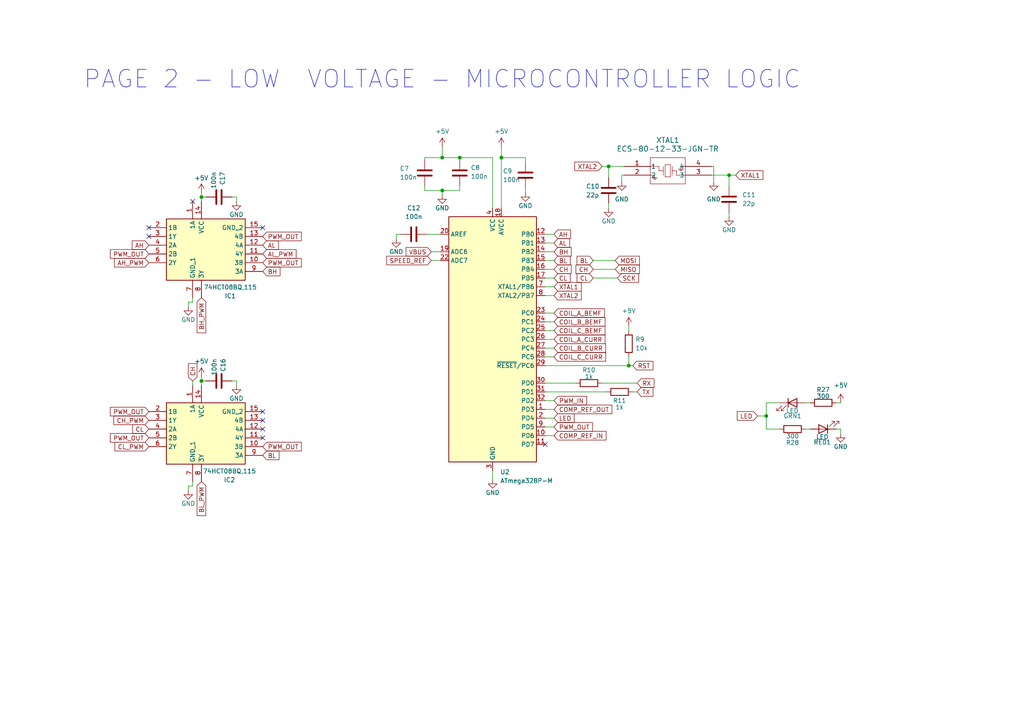
<source format=kicad_sch>
(kicad_sch
	(version 20231120)
	(generator "eeschema")
	(generator_version "8.0")
	(uuid "529713c6-a025-42f7-9407-8e2c60f270cb")
	(paper "A4")
	(lib_symbols
		(symbol "74HCT08BQ_115:74HCT08BQ,115"
			(exclude_from_sim no)
			(in_bom yes)
			(on_board yes)
			(property "Reference" "IC"
				(at 24.13 17.78 0)
				(effects
					(font
						(size 1.27 1.27)
					)
					(justify left top)
				)
			)
			(property "Value" "74HCT08BQ,115"
				(at 24.13 15.24 0)
				(effects
					(font
						(size 1.27 1.27)
					)
					(justify left top)
				)
			)
			(property "Footprint" "74HCT08BQ115"
				(at 24.13 -84.76 0)
				(effects
					(font
						(size 1.27 1.27)
					)
					(justify left top)
					(hide yes)
				)
			)
			(property "Datasheet" "https://assets.nexperia.com/documents/data-sheet/74HC_HCT08.pdf"
				(at 24.13 -184.76 0)
				(effects
					(font
						(size 1.27 1.27)
					)
					(justify left top)
					(hide yes)
				)
			)
			(property "Description" "74HC(T)08 - Quad 2-input AND gate@en-us"
				(at 0 0 0)
				(effects
					(font
						(size 1.27 1.27)
					)
					(hide yes)
				)
			)
			(property "Height" "1"
				(at 24.13 -384.76 0)
				(effects
					(font
						(size 1.27 1.27)
					)
					(justify left top)
					(hide yes)
				)
			)
			(property "Mouser Part Number" "771-HCT08BQ115"
				(at 24.13 -484.76 0)
				(effects
					(font
						(size 1.27 1.27)
					)
					(justify left top)
					(hide yes)
				)
			)
			(property "Mouser Price/Stock" "https://www.mouser.co.uk/ProductDetail/Nexperia/74HCT08BQ115?qs=P62ublwmbi8dqK72P265Rw%3D%3D"
				(at 24.13 -584.76 0)
				(effects
					(font
						(size 1.27 1.27)
					)
					(justify left top)
					(hide yes)
				)
			)
			(property "Manufacturer_Name" "Nexperia"
				(at 24.13 -684.76 0)
				(effects
					(font
						(size 1.27 1.27)
					)
					(justify left top)
					(hide yes)
				)
			)
			(property "Manufacturer_Part_Number" "74HCT08BQ,115"
				(at 24.13 -784.76 0)
				(effects
					(font
						(size 1.27 1.27)
					)
					(justify left top)
					(hide yes)
				)
			)
			(symbol "74HCT08BQ,115_1_1"
				(rectangle
					(start 5.08 12.7)
					(end 22.86 -10.16)
					(stroke
						(width 0.254)
						(type default)
					)
					(fill
						(type background)
					)
				)
				(pin passive line
					(at 0 -2.54 0)
					(length 5.08)
					(name "1A"
						(effects
							(font
								(size 1.27 1.27)
							)
						)
					)
					(number "1"
						(effects
							(font
								(size 1.27 1.27)
							)
						)
					)
				)
				(pin passive line
					(at 17.78 17.78 270)
					(length 5.08)
					(name "3B"
						(effects
							(font
								(size 1.27 1.27)
							)
						)
					)
					(number "10"
						(effects
							(font
								(size 1.27 1.27)
							)
						)
					)
				)
				(pin passive line
					(at 15.24 17.78 270)
					(length 5.08)
					(name "4Y"
						(effects
							(font
								(size 1.27 1.27)
							)
						)
					)
					(number "11"
						(effects
							(font
								(size 1.27 1.27)
							)
						)
					)
				)
				(pin passive line
					(at 12.7 17.78 270)
					(length 5.08)
					(name "4A"
						(effects
							(font
								(size 1.27 1.27)
							)
						)
					)
					(number "12"
						(effects
							(font
								(size 1.27 1.27)
							)
						)
					)
				)
				(pin passive line
					(at 10.16 17.78 270)
					(length 5.08)
					(name "4B"
						(effects
							(font
								(size 1.27 1.27)
							)
						)
					)
					(number "13"
						(effects
							(font
								(size 1.27 1.27)
							)
						)
					)
				)
				(pin passive line
					(at 0 0 0)
					(length 5.08)
					(name "VCC"
						(effects
							(font
								(size 1.27 1.27)
							)
						)
					)
					(number "14"
						(effects
							(font
								(size 1.27 1.27)
							)
						)
					)
				)
				(pin passive line
					(at 7.62 17.78 270)
					(length 5.08)
					(name "GND_2"
						(effects
							(font
								(size 1.27 1.27)
							)
						)
					)
					(number "15"
						(effects
							(font
								(size 1.27 1.27)
							)
						)
					)
				)
				(pin passive line
					(at 7.62 -15.24 90)
					(length 5.08)
					(name "1B"
						(effects
							(font
								(size 1.27 1.27)
							)
						)
					)
					(number "2"
						(effects
							(font
								(size 1.27 1.27)
							)
						)
					)
				)
				(pin passive line
					(at 10.16 -15.24 90)
					(length 5.08)
					(name "1Y"
						(effects
							(font
								(size 1.27 1.27)
							)
						)
					)
					(number "3"
						(effects
							(font
								(size 1.27 1.27)
							)
						)
					)
				)
				(pin passive line
					(at 12.7 -15.24 90)
					(length 5.08)
					(name "2A"
						(effects
							(font
								(size 1.27 1.27)
							)
						)
					)
					(number "4"
						(effects
							(font
								(size 1.27 1.27)
							)
						)
					)
				)
				(pin passive line
					(at 15.24 -15.24 90)
					(length 5.08)
					(name "2B"
						(effects
							(font
								(size 1.27 1.27)
							)
						)
					)
					(number "5"
						(effects
							(font
								(size 1.27 1.27)
							)
						)
					)
				)
				(pin passive line
					(at 17.78 -15.24 90)
					(length 5.08)
					(name "2Y"
						(effects
							(font
								(size 1.27 1.27)
							)
						)
					)
					(number "6"
						(effects
							(font
								(size 1.27 1.27)
							)
						)
					)
				)
				(pin passive line
					(at 27.94 -2.54 180)
					(length 5.08)
					(name "GND_1"
						(effects
							(font
								(size 1.27 1.27)
							)
						)
					)
					(number "7"
						(effects
							(font
								(size 1.27 1.27)
							)
						)
					)
				)
				(pin passive line
					(at 27.94 0 180)
					(length 5.08)
					(name "3Y"
						(effects
							(font
								(size 1.27 1.27)
							)
						)
					)
					(number "8"
						(effects
							(font
								(size 1.27 1.27)
							)
						)
					)
				)
				(pin passive line
					(at 20.32 17.78 270)
					(length 5.08)
					(name "3A"
						(effects
							(font
								(size 1.27 1.27)
							)
						)
					)
					(number "9"
						(effects
							(font
								(size 1.27 1.27)
							)
						)
					)
				)
			)
		)
		(symbol "Device:C"
			(pin_numbers hide)
			(pin_names
				(offset 0.254)
			)
			(exclude_from_sim no)
			(in_bom yes)
			(on_board yes)
			(property "Reference" "C"
				(at 0.635 2.54 0)
				(effects
					(font
						(size 1.27 1.27)
					)
					(justify left)
				)
			)
			(property "Value" "C"
				(at 0.635 -2.54 0)
				(effects
					(font
						(size 1.27 1.27)
					)
					(justify left)
				)
			)
			(property "Footprint" ""
				(at 0.9652 -3.81 0)
				(effects
					(font
						(size 1.27 1.27)
					)
					(hide yes)
				)
			)
			(property "Datasheet" "~"
				(at 0 0 0)
				(effects
					(font
						(size 1.27 1.27)
					)
					(hide yes)
				)
			)
			(property "Description" "Unpolarized capacitor"
				(at 0 0 0)
				(effects
					(font
						(size 1.27 1.27)
					)
					(hide yes)
				)
			)
			(property "ki_keywords" "cap capacitor"
				(at 0 0 0)
				(effects
					(font
						(size 1.27 1.27)
					)
					(hide yes)
				)
			)
			(property "ki_fp_filters" "C_*"
				(at 0 0 0)
				(effects
					(font
						(size 1.27 1.27)
					)
					(hide yes)
				)
			)
			(symbol "C_0_1"
				(polyline
					(pts
						(xy -2.032 -0.762) (xy 2.032 -0.762)
					)
					(stroke
						(width 0.508)
						(type default)
					)
					(fill
						(type none)
					)
				)
				(polyline
					(pts
						(xy -2.032 0.762) (xy 2.032 0.762)
					)
					(stroke
						(width 0.508)
						(type default)
					)
					(fill
						(type none)
					)
				)
			)
			(symbol "C_1_1"
				(pin passive line
					(at 0 3.81 270)
					(length 2.794)
					(name "~"
						(effects
							(font
								(size 1.27 1.27)
							)
						)
					)
					(number "1"
						(effects
							(font
								(size 1.27 1.27)
							)
						)
					)
				)
				(pin passive line
					(at 0 -3.81 90)
					(length 2.794)
					(name "~"
						(effects
							(font
								(size 1.27 1.27)
							)
						)
					)
					(number "2"
						(effects
							(font
								(size 1.27 1.27)
							)
						)
					)
				)
			)
		)
		(symbol "Device:LED"
			(pin_numbers hide)
			(pin_names
				(offset 1.016) hide)
			(exclude_from_sim no)
			(in_bom yes)
			(on_board yes)
			(property "Reference" "D"
				(at 0 2.54 0)
				(effects
					(font
						(size 1.27 1.27)
					)
				)
			)
			(property "Value" "LED"
				(at 0 -2.54 0)
				(effects
					(font
						(size 1.27 1.27)
					)
				)
			)
			(property "Footprint" ""
				(at 0 0 0)
				(effects
					(font
						(size 1.27 1.27)
					)
					(hide yes)
				)
			)
			(property "Datasheet" "~"
				(at 0 0 0)
				(effects
					(font
						(size 1.27 1.27)
					)
					(hide yes)
				)
			)
			(property "Description" "Light emitting diode"
				(at 0 0 0)
				(effects
					(font
						(size 1.27 1.27)
					)
					(hide yes)
				)
			)
			(property "ki_keywords" "LED diode"
				(at 0 0 0)
				(effects
					(font
						(size 1.27 1.27)
					)
					(hide yes)
				)
			)
			(property "ki_fp_filters" "LED* LED_SMD:* LED_THT:*"
				(at 0 0 0)
				(effects
					(font
						(size 1.27 1.27)
					)
					(hide yes)
				)
			)
			(symbol "LED_0_1"
				(polyline
					(pts
						(xy -1.27 -1.27) (xy -1.27 1.27)
					)
					(stroke
						(width 0.254)
						(type default)
					)
					(fill
						(type none)
					)
				)
				(polyline
					(pts
						(xy -1.27 0) (xy 1.27 0)
					)
					(stroke
						(width 0)
						(type default)
					)
					(fill
						(type none)
					)
				)
				(polyline
					(pts
						(xy 1.27 -1.27) (xy 1.27 1.27) (xy -1.27 0) (xy 1.27 -1.27)
					)
					(stroke
						(width 0.254)
						(type default)
					)
					(fill
						(type none)
					)
				)
				(polyline
					(pts
						(xy -3.048 -0.762) (xy -4.572 -2.286) (xy -3.81 -2.286) (xy -4.572 -2.286) (xy -4.572 -1.524)
					)
					(stroke
						(width 0)
						(type default)
					)
					(fill
						(type none)
					)
				)
				(polyline
					(pts
						(xy -1.778 -0.762) (xy -3.302 -2.286) (xy -2.54 -2.286) (xy -3.302 -2.286) (xy -3.302 -1.524)
					)
					(stroke
						(width 0)
						(type default)
					)
					(fill
						(type none)
					)
				)
			)
			(symbol "LED_1_1"
				(pin passive line
					(at -3.81 0 0)
					(length 2.54)
					(name "K"
						(effects
							(font
								(size 1.27 1.27)
							)
						)
					)
					(number "1"
						(effects
							(font
								(size 1.27 1.27)
							)
						)
					)
				)
				(pin passive line
					(at 3.81 0 180)
					(length 2.54)
					(name "A"
						(effects
							(font
								(size 1.27 1.27)
							)
						)
					)
					(number "2"
						(effects
							(font
								(size 1.27 1.27)
							)
						)
					)
				)
			)
		)
		(symbol "Device:R"
			(pin_numbers hide)
			(pin_names
				(offset 0)
			)
			(exclude_from_sim no)
			(in_bom yes)
			(on_board yes)
			(property "Reference" "R"
				(at 2.032 0 90)
				(effects
					(font
						(size 1.27 1.27)
					)
				)
			)
			(property "Value" "R"
				(at 0 0 90)
				(effects
					(font
						(size 1.27 1.27)
					)
				)
			)
			(property "Footprint" ""
				(at -1.778 0 90)
				(effects
					(font
						(size 1.27 1.27)
					)
					(hide yes)
				)
			)
			(property "Datasheet" "~"
				(at 0 0 0)
				(effects
					(font
						(size 1.27 1.27)
					)
					(hide yes)
				)
			)
			(property "Description" "Resistor"
				(at 0 0 0)
				(effects
					(font
						(size 1.27 1.27)
					)
					(hide yes)
				)
			)
			(property "ki_keywords" "R res resistor"
				(at 0 0 0)
				(effects
					(font
						(size 1.27 1.27)
					)
					(hide yes)
				)
			)
			(property "ki_fp_filters" "R_*"
				(at 0 0 0)
				(effects
					(font
						(size 1.27 1.27)
					)
					(hide yes)
				)
			)
			(symbol "R_0_1"
				(rectangle
					(start -1.016 -2.54)
					(end 1.016 2.54)
					(stroke
						(width 0.254)
						(type default)
					)
					(fill
						(type none)
					)
				)
			)
			(symbol "R_1_1"
				(pin passive line
					(at 0 3.81 270)
					(length 1.27)
					(name "~"
						(effects
							(font
								(size 1.27 1.27)
							)
						)
					)
					(number "1"
						(effects
							(font
								(size 1.27 1.27)
							)
						)
					)
				)
				(pin passive line
					(at 0 -3.81 90)
					(length 1.27)
					(name "~"
						(effects
							(font
								(size 1.27 1.27)
							)
						)
					)
					(number "2"
						(effects
							(font
								(size 1.27 1.27)
							)
						)
					)
				)
			)
		)
		(symbol "ECS-80-12-30BQ-JES-TR:ECS-80-12-30BQ-JES-TR"
			(pin_names
				(offset 0.254)
			)
			(exclude_from_sim no)
			(in_bom yes)
			(on_board yes)
			(property "Reference" "XTAL"
				(at 12.7 7.62 0)
				(effects
					(font
						(size 1.524 1.524)
					)
				)
			)
			(property "Value" "ECS-80-12-30BQ-JES-TR"
				(at 12.7 5.08 0)
				(effects
					(font
						(size 1.524 1.524)
					)
				)
			)
			(property "Footprint" "ECS-80-12_ECS"
				(at 0 0 0)
				(effects
					(font
						(size 1.27 1.27)
						(italic yes)
					)
					(hide yes)
				)
			)
			(property "Datasheet" "ECS-80-12-30BQ-JES-TR"
				(at 0 0 0)
				(effects
					(font
						(size 1.27 1.27)
						(italic yes)
					)
					(hide yes)
				)
			)
			(property "Description" ""
				(at 0 0 0)
				(effects
					(font
						(size 1.27 1.27)
					)
					(hide yes)
				)
			)
			(property "ki_locked" ""
				(at 0 0 0)
				(effects
					(font
						(size 1.27 1.27)
					)
				)
			)
			(property "ki_keywords" "ECS-80-12-30BQ-JES-TR"
				(at 0 0 0)
				(effects
					(font
						(size 1.27 1.27)
					)
					(hide yes)
				)
			)
			(property "ki_fp_filters" "ECS-80-12_ECS"
				(at 0 0 0)
				(effects
					(font
						(size 1.27 1.27)
					)
					(hide yes)
				)
			)
			(symbol "ECS-80-12-30BQ-JES-TR_0_1"
				(polyline
					(pts
						(xy 7.62 -5.08) (xy 17.78 -5.08)
					)
					(stroke
						(width 0.127)
						(type default)
					)
					(fill
						(type none)
					)
				)
				(polyline
					(pts
						(xy 7.62 -2.54) (xy 8.89 -2.54)
					)
					(stroke
						(width 0.127)
						(type default)
					)
					(fill
						(type none)
					)
				)
				(polyline
					(pts
						(xy 7.62 2.54) (xy 7.62 -5.08)
					)
					(stroke
						(width 0.127)
						(type default)
					)
					(fill
						(type none)
					)
				)
				(polyline
					(pts
						(xy 8.128 -3.302) (xy 9.652 -3.302)
					)
					(stroke
						(width 0.127)
						(type default)
					)
					(fill
						(type none)
					)
				)
				(polyline
					(pts
						(xy 8.382 -3.556) (xy 9.398 -3.556)
					)
					(stroke
						(width 0.127)
						(type default)
					)
					(fill
						(type none)
					)
				)
				(polyline
					(pts
						(xy 8.636 -3.81) (xy 9.144 -3.81)
					)
					(stroke
						(width 0.127)
						(type default)
					)
					(fill
						(type none)
					)
				)
				(polyline
					(pts
						(xy 8.89 -2.54) (xy 8.89 -3.302)
					)
					(stroke
						(width 0.127)
						(type default)
					)
					(fill
						(type none)
					)
				)
				(polyline
					(pts
						(xy 10.16 -1.27) (xy 10.16 0)
					)
					(stroke
						(width 0.127)
						(type default)
					)
					(fill
						(type none)
					)
				)
				(polyline
					(pts
						(xy 10.16 0) (xy 7.62 0)
					)
					(stroke
						(width 0.127)
						(type default)
					)
					(fill
						(type none)
					)
				)
				(polyline
					(pts
						(xy 11.43 -1.27) (xy 10.16 -1.27)
					)
					(stroke
						(width 0.127)
						(type default)
					)
					(fill
						(type none)
					)
				)
				(polyline
					(pts
						(xy 11.43 0) (xy 11.43 -2.54)
					)
					(stroke
						(width 0.127)
						(type default)
					)
					(fill
						(type none)
					)
				)
				(polyline
					(pts
						(xy 11.938 -3.048) (xy 13.462 -3.048)
					)
					(stroke
						(width 0.127)
						(type default)
					)
					(fill
						(type none)
					)
				)
				(polyline
					(pts
						(xy 11.938 0.508) (xy 11.938 -3.048)
					)
					(stroke
						(width 0.127)
						(type default)
					)
					(fill
						(type none)
					)
				)
				(polyline
					(pts
						(xy 13.462 -3.048) (xy 13.462 0.508)
					)
					(stroke
						(width 0.127)
						(type default)
					)
					(fill
						(type none)
					)
				)
				(polyline
					(pts
						(xy 13.462 0.508) (xy 11.938 0.508)
					)
					(stroke
						(width 0.127)
						(type default)
					)
					(fill
						(type none)
					)
				)
				(polyline
					(pts
						(xy 13.97 -1.27) (xy 15.24 -1.27)
					)
					(stroke
						(width 0.127)
						(type default)
					)
					(fill
						(type none)
					)
				)
				(polyline
					(pts
						(xy 13.97 0) (xy 13.97 -2.54)
					)
					(stroke
						(width 0.127)
						(type default)
					)
					(fill
						(type none)
					)
				)
				(polyline
					(pts
						(xy 15.24 -2.54) (xy 17.78 -2.54)
					)
					(stroke
						(width 0.127)
						(type default)
					)
					(fill
						(type none)
					)
				)
				(polyline
					(pts
						(xy 15.24 -1.27) (xy 15.24 -2.54)
					)
					(stroke
						(width 0.127)
						(type default)
					)
					(fill
						(type none)
					)
				)
				(polyline
					(pts
						(xy 16.51 0) (xy 16.51 -0.762)
					)
					(stroke
						(width 0.127)
						(type default)
					)
					(fill
						(type none)
					)
				)
				(polyline
					(pts
						(xy 16.764 -1.27) (xy 16.256 -1.27)
					)
					(stroke
						(width 0.127)
						(type default)
					)
					(fill
						(type none)
					)
				)
				(polyline
					(pts
						(xy 17.018 -1.016) (xy 16.002 -1.016)
					)
					(stroke
						(width 0.127)
						(type default)
					)
					(fill
						(type none)
					)
				)
				(polyline
					(pts
						(xy 17.272 -0.762) (xy 15.748 -0.762)
					)
					(stroke
						(width 0.127)
						(type default)
					)
					(fill
						(type none)
					)
				)
				(polyline
					(pts
						(xy 17.78 -5.08) (xy 17.78 2.54)
					)
					(stroke
						(width 0.127)
						(type default)
					)
					(fill
						(type none)
					)
				)
				(polyline
					(pts
						(xy 17.78 0) (xy 16.51 0)
					)
					(stroke
						(width 0.127)
						(type default)
					)
					(fill
						(type none)
					)
				)
				(polyline
					(pts
						(xy 17.78 2.54) (xy 7.62 2.54)
					)
					(stroke
						(width 0.127)
						(type default)
					)
					(fill
						(type none)
					)
				)
				(pin output line
					(at 0 0 0)
					(length 7.62)
					(name "1"
						(effects
							(font
								(size 1.27 1.27)
							)
						)
					)
					(number "1"
						(effects
							(font
								(size 1.27 1.27)
							)
						)
					)
				)
				(pin power_out line
					(at 0 -2.54 0)
					(length 7.62)
					(name "2"
						(effects
							(font
								(size 1.27 1.27)
							)
						)
					)
					(number "2"
						(effects
							(font
								(size 1.27 1.27)
							)
						)
					)
				)
				(pin output line
					(at 25.4 -2.54 180)
					(length 7.62)
					(name "3"
						(effects
							(font
								(size 1.27 1.27)
							)
						)
					)
					(number "3"
						(effects
							(font
								(size 1.27 1.27)
							)
						)
					)
				)
				(pin power_out line
					(at 25.4 0 180)
					(length 7.62)
					(name "4"
						(effects
							(font
								(size 1.27 1.27)
							)
						)
					)
					(number "4"
						(effects
							(font
								(size 1.27 1.27)
							)
						)
					)
				)
			)
		)
		(symbol "MCU_Microchip_ATmega:ATmega328P-M"
			(exclude_from_sim no)
			(in_bom yes)
			(on_board yes)
			(property "Reference" "U"
				(at -12.7 36.83 0)
				(effects
					(font
						(size 1.27 1.27)
					)
					(justify left bottom)
				)
			)
			(property "Value" "ATmega328P-M"
				(at 2.54 -36.83 0)
				(effects
					(font
						(size 1.27 1.27)
					)
					(justify left top)
				)
			)
			(property "Footprint" "Package_DFN_QFN:QFN-32-1EP_5x5mm_P0.5mm_EP3.1x3.1mm"
				(at 0 0 0)
				(effects
					(font
						(size 1.27 1.27)
						(italic yes)
					)
					(hide yes)
				)
			)
			(property "Datasheet" "http://ww1.microchip.com/downloads/en/DeviceDoc/ATmega328_P%20AVR%20MCU%20with%20picoPower%20Technology%20Data%20Sheet%2040001984A.pdf"
				(at 0 0 0)
				(effects
					(font
						(size 1.27 1.27)
					)
					(hide yes)
				)
			)
			(property "Description" "20MHz, 32kB Flash, 2kB SRAM, 1kB EEPROM, QFN-32"
				(at 0 0 0)
				(effects
					(font
						(size 1.27 1.27)
					)
					(hide yes)
				)
			)
			(property "ki_keywords" "AVR 8bit Microcontroller MegaAVR PicoPower"
				(at 0 0 0)
				(effects
					(font
						(size 1.27 1.27)
					)
					(hide yes)
				)
			)
			(property "ki_fp_filters" "QFN*1EP*5x5mm*P0.5mm*"
				(at 0 0 0)
				(effects
					(font
						(size 1.27 1.27)
					)
					(hide yes)
				)
			)
			(symbol "ATmega328P-M_0_1"
				(rectangle
					(start -12.7 -35.56)
					(end 12.7 35.56)
					(stroke
						(width 0.254)
						(type default)
					)
					(fill
						(type background)
					)
				)
			)
			(symbol "ATmega328P-M_1_1"
				(pin bidirectional line
					(at 15.24 -20.32 180)
					(length 2.54)
					(name "PD3"
						(effects
							(font
								(size 1.27 1.27)
							)
						)
					)
					(number "1"
						(effects
							(font
								(size 1.27 1.27)
							)
						)
					)
				)
				(pin bidirectional line
					(at 15.24 -27.94 180)
					(length 2.54)
					(name "PD6"
						(effects
							(font
								(size 1.27 1.27)
							)
						)
					)
					(number "10"
						(effects
							(font
								(size 1.27 1.27)
							)
						)
					)
				)
				(pin bidirectional line
					(at 15.24 -30.48 180)
					(length 2.54)
					(name "PD7"
						(effects
							(font
								(size 1.27 1.27)
							)
						)
					)
					(number "11"
						(effects
							(font
								(size 1.27 1.27)
							)
						)
					)
				)
				(pin bidirectional line
					(at 15.24 30.48 180)
					(length 2.54)
					(name "PB0"
						(effects
							(font
								(size 1.27 1.27)
							)
						)
					)
					(number "12"
						(effects
							(font
								(size 1.27 1.27)
							)
						)
					)
				)
				(pin bidirectional line
					(at 15.24 27.94 180)
					(length 2.54)
					(name "PB1"
						(effects
							(font
								(size 1.27 1.27)
							)
						)
					)
					(number "13"
						(effects
							(font
								(size 1.27 1.27)
							)
						)
					)
				)
				(pin bidirectional line
					(at 15.24 25.4 180)
					(length 2.54)
					(name "PB2"
						(effects
							(font
								(size 1.27 1.27)
							)
						)
					)
					(number "14"
						(effects
							(font
								(size 1.27 1.27)
							)
						)
					)
				)
				(pin bidirectional line
					(at 15.24 22.86 180)
					(length 2.54)
					(name "PB3"
						(effects
							(font
								(size 1.27 1.27)
							)
						)
					)
					(number "15"
						(effects
							(font
								(size 1.27 1.27)
							)
						)
					)
				)
				(pin bidirectional line
					(at 15.24 20.32 180)
					(length 2.54)
					(name "PB4"
						(effects
							(font
								(size 1.27 1.27)
							)
						)
					)
					(number "16"
						(effects
							(font
								(size 1.27 1.27)
							)
						)
					)
				)
				(pin bidirectional line
					(at 15.24 17.78 180)
					(length 2.54)
					(name "PB5"
						(effects
							(font
								(size 1.27 1.27)
							)
						)
					)
					(number "17"
						(effects
							(font
								(size 1.27 1.27)
							)
						)
					)
				)
				(pin power_in line
					(at 2.54 38.1 270)
					(length 2.54)
					(name "AVCC"
						(effects
							(font
								(size 1.27 1.27)
							)
						)
					)
					(number "18"
						(effects
							(font
								(size 1.27 1.27)
							)
						)
					)
				)
				(pin input line
					(at -15.24 25.4 0)
					(length 2.54)
					(name "ADC6"
						(effects
							(font
								(size 1.27 1.27)
							)
						)
					)
					(number "19"
						(effects
							(font
								(size 1.27 1.27)
							)
						)
					)
				)
				(pin bidirectional line
					(at 15.24 -22.86 180)
					(length 2.54)
					(name "PD4"
						(effects
							(font
								(size 1.27 1.27)
							)
						)
					)
					(number "2"
						(effects
							(font
								(size 1.27 1.27)
							)
						)
					)
				)
				(pin passive line
					(at -15.24 30.48 0)
					(length 2.54)
					(name "AREF"
						(effects
							(font
								(size 1.27 1.27)
							)
						)
					)
					(number "20"
						(effects
							(font
								(size 1.27 1.27)
							)
						)
					)
				)
				(pin passive line
					(at 0 -38.1 90)
					(length 2.54) hide
					(name "GND"
						(effects
							(font
								(size 1.27 1.27)
							)
						)
					)
					(number "21"
						(effects
							(font
								(size 1.27 1.27)
							)
						)
					)
				)
				(pin input line
					(at -15.24 22.86 0)
					(length 2.54)
					(name "ADC7"
						(effects
							(font
								(size 1.27 1.27)
							)
						)
					)
					(number "22"
						(effects
							(font
								(size 1.27 1.27)
							)
						)
					)
				)
				(pin bidirectional line
					(at 15.24 7.62 180)
					(length 2.54)
					(name "PC0"
						(effects
							(font
								(size 1.27 1.27)
							)
						)
					)
					(number "23"
						(effects
							(font
								(size 1.27 1.27)
							)
						)
					)
				)
				(pin bidirectional line
					(at 15.24 5.08 180)
					(length 2.54)
					(name "PC1"
						(effects
							(font
								(size 1.27 1.27)
							)
						)
					)
					(number "24"
						(effects
							(font
								(size 1.27 1.27)
							)
						)
					)
				)
				(pin bidirectional line
					(at 15.24 2.54 180)
					(length 2.54)
					(name "PC2"
						(effects
							(font
								(size 1.27 1.27)
							)
						)
					)
					(number "25"
						(effects
							(font
								(size 1.27 1.27)
							)
						)
					)
				)
				(pin bidirectional line
					(at 15.24 0 180)
					(length 2.54)
					(name "PC3"
						(effects
							(font
								(size 1.27 1.27)
							)
						)
					)
					(number "26"
						(effects
							(font
								(size 1.27 1.27)
							)
						)
					)
				)
				(pin bidirectional line
					(at 15.24 -2.54 180)
					(length 2.54)
					(name "PC4"
						(effects
							(font
								(size 1.27 1.27)
							)
						)
					)
					(number "27"
						(effects
							(font
								(size 1.27 1.27)
							)
						)
					)
				)
				(pin bidirectional line
					(at 15.24 -5.08 180)
					(length 2.54)
					(name "PC5"
						(effects
							(font
								(size 1.27 1.27)
							)
						)
					)
					(number "28"
						(effects
							(font
								(size 1.27 1.27)
							)
						)
					)
				)
				(pin bidirectional line
					(at 15.24 -7.62 180)
					(length 2.54)
					(name "~{RESET}/PC6"
						(effects
							(font
								(size 1.27 1.27)
							)
						)
					)
					(number "29"
						(effects
							(font
								(size 1.27 1.27)
							)
						)
					)
				)
				(pin power_in line
					(at 0 -38.1 90)
					(length 2.54)
					(name "GND"
						(effects
							(font
								(size 1.27 1.27)
							)
						)
					)
					(number "3"
						(effects
							(font
								(size 1.27 1.27)
							)
						)
					)
				)
				(pin bidirectional line
					(at 15.24 -12.7 180)
					(length 2.54)
					(name "PD0"
						(effects
							(font
								(size 1.27 1.27)
							)
						)
					)
					(number "30"
						(effects
							(font
								(size 1.27 1.27)
							)
						)
					)
				)
				(pin bidirectional line
					(at 15.24 -15.24 180)
					(length 2.54)
					(name "PD1"
						(effects
							(font
								(size 1.27 1.27)
							)
						)
					)
					(number "31"
						(effects
							(font
								(size 1.27 1.27)
							)
						)
					)
				)
				(pin bidirectional line
					(at 15.24 -17.78 180)
					(length 2.54)
					(name "PD2"
						(effects
							(font
								(size 1.27 1.27)
							)
						)
					)
					(number "32"
						(effects
							(font
								(size 1.27 1.27)
							)
						)
					)
				)
				(pin passive line
					(at 0 -38.1 90)
					(length 2.54) hide
					(name "GND"
						(effects
							(font
								(size 1.27 1.27)
							)
						)
					)
					(number "33"
						(effects
							(font
								(size 1.27 1.27)
							)
						)
					)
				)
				(pin power_in line
					(at 0 38.1 270)
					(length 2.54)
					(name "VCC"
						(effects
							(font
								(size 1.27 1.27)
							)
						)
					)
					(number "4"
						(effects
							(font
								(size 1.27 1.27)
							)
						)
					)
				)
				(pin passive line
					(at 0 -38.1 90)
					(length 2.54) hide
					(name "GND"
						(effects
							(font
								(size 1.27 1.27)
							)
						)
					)
					(number "5"
						(effects
							(font
								(size 1.27 1.27)
							)
						)
					)
				)
				(pin passive line
					(at 0 38.1 270)
					(length 2.54) hide
					(name "VCC"
						(effects
							(font
								(size 1.27 1.27)
							)
						)
					)
					(number "6"
						(effects
							(font
								(size 1.27 1.27)
							)
						)
					)
				)
				(pin bidirectional line
					(at 15.24 15.24 180)
					(length 2.54)
					(name "XTAL1/PB6"
						(effects
							(font
								(size 1.27 1.27)
							)
						)
					)
					(number "7"
						(effects
							(font
								(size 1.27 1.27)
							)
						)
					)
				)
				(pin bidirectional line
					(at 15.24 12.7 180)
					(length 2.54)
					(name "XTAL2/PB7"
						(effects
							(font
								(size 1.27 1.27)
							)
						)
					)
					(number "8"
						(effects
							(font
								(size 1.27 1.27)
							)
						)
					)
				)
				(pin bidirectional line
					(at 15.24 -25.4 180)
					(length 2.54)
					(name "PD5"
						(effects
							(font
								(size 1.27 1.27)
							)
						)
					)
					(number "9"
						(effects
							(font
								(size 1.27 1.27)
							)
						)
					)
				)
			)
		)
		(symbol "power:+5V"
			(power)
			(pin_names
				(offset 0)
			)
			(exclude_from_sim no)
			(in_bom yes)
			(on_board yes)
			(property "Reference" "#PWR"
				(at 0 -3.81 0)
				(effects
					(font
						(size 1.27 1.27)
					)
					(hide yes)
				)
			)
			(property "Value" "+5V"
				(at 0 3.556 0)
				(effects
					(font
						(size 1.27 1.27)
					)
				)
			)
			(property "Footprint" ""
				(at 0 0 0)
				(effects
					(font
						(size 1.27 1.27)
					)
					(hide yes)
				)
			)
			(property "Datasheet" ""
				(at 0 0 0)
				(effects
					(font
						(size 1.27 1.27)
					)
					(hide yes)
				)
			)
			(property "Description" "Power symbol creates a global label with name \"+5V\""
				(at 0 0 0)
				(effects
					(font
						(size 1.27 1.27)
					)
					(hide yes)
				)
			)
			(property "ki_keywords" "global power"
				(at 0 0 0)
				(effects
					(font
						(size 1.27 1.27)
					)
					(hide yes)
				)
			)
			(symbol "+5V_0_1"
				(polyline
					(pts
						(xy -0.762 1.27) (xy 0 2.54)
					)
					(stroke
						(width 0)
						(type default)
					)
					(fill
						(type none)
					)
				)
				(polyline
					(pts
						(xy 0 0) (xy 0 2.54)
					)
					(stroke
						(width 0)
						(type default)
					)
					(fill
						(type none)
					)
				)
				(polyline
					(pts
						(xy 0 2.54) (xy 0.762 1.27)
					)
					(stroke
						(width 0)
						(type default)
					)
					(fill
						(type none)
					)
				)
			)
			(symbol "+5V_1_1"
				(pin power_in line
					(at 0 0 90)
					(length 0) hide
					(name "+5V"
						(effects
							(font
								(size 1.27 1.27)
							)
						)
					)
					(number "1"
						(effects
							(font
								(size 1.27 1.27)
							)
						)
					)
				)
			)
		)
		(symbol "power:GND"
			(power)
			(pin_names
				(offset 0)
			)
			(exclude_from_sim no)
			(in_bom yes)
			(on_board yes)
			(property "Reference" "#PWR"
				(at 0 -6.35 0)
				(effects
					(font
						(size 1.27 1.27)
					)
					(hide yes)
				)
			)
			(property "Value" "GND"
				(at 0 -3.81 0)
				(effects
					(font
						(size 1.27 1.27)
					)
				)
			)
			(property "Footprint" ""
				(at 0 0 0)
				(effects
					(font
						(size 1.27 1.27)
					)
					(hide yes)
				)
			)
			(property "Datasheet" ""
				(at 0 0 0)
				(effects
					(font
						(size 1.27 1.27)
					)
					(hide yes)
				)
			)
			(property "Description" "Power symbol creates a global label with name \"GND\" , ground"
				(at 0 0 0)
				(effects
					(font
						(size 1.27 1.27)
					)
					(hide yes)
				)
			)
			(property "ki_keywords" "global power"
				(at 0 0 0)
				(effects
					(font
						(size 1.27 1.27)
					)
					(hide yes)
				)
			)
			(symbol "GND_0_1"
				(polyline
					(pts
						(xy 0 0) (xy 0 -1.27) (xy 1.27 -1.27) (xy 0 -2.54) (xy -1.27 -1.27) (xy 0 -1.27)
					)
					(stroke
						(width 0)
						(type default)
					)
					(fill
						(type none)
					)
				)
			)
			(symbol "GND_1_1"
				(pin power_in line
					(at 0 0 270)
					(length 0) hide
					(name "GND"
						(effects
							(font
								(size 1.27 1.27)
							)
						)
					)
					(number "1"
						(effects
							(font
								(size 1.27 1.27)
							)
						)
					)
				)
			)
		)
	)
	(junction
		(at 58.42 110.49)
		(diameter 0)
		(color 0 0 0 0)
		(uuid "21db52ee-9474-46ae-ad3f-6f3e060bbdcb")
	)
	(junction
		(at 133.35 45.72)
		(diameter 0)
		(color 0 0 0 0)
		(uuid "421cd394-0582-49ea-815e-86f84b2cfca4")
	)
	(junction
		(at 128.27 45.72)
		(diameter 0)
		(color 0 0 0 0)
		(uuid "4d0f7926-789c-46e2-b9f6-6390c3637032")
	)
	(junction
		(at 222.25 120.65)
		(diameter 0)
		(color 0 0 0 0)
		(uuid "870a6aad-83c7-4a8f-a930-8d950cf5b27b")
	)
	(junction
		(at 182.372 106.045)
		(diameter 0)
		(color 0 0 0 0)
		(uuid "90eeece5-5d51-4566-a8a6-a2c51e8e5ed4")
	)
	(junction
		(at 145.415 45.72)
		(diameter 0)
		(color 0 0 0 0)
		(uuid "b8f96c56-b0ed-46d8-aebd-6c4cc0f745ad")
	)
	(junction
		(at 176.53 48.26)
		(diameter 0)
		(color 0 0 0 0)
		(uuid "c4524c34-1d2e-4c71-a2c2-9309651b662c")
	)
	(junction
		(at 128.27 55.245)
		(diameter 0)
		(color 0 0 0 0)
		(uuid "efb40925-f459-4f2b-b458-6c189fbe5a85")
	)
	(junction
		(at 58.42 57.15)
		(diameter 0)
		(color 0 0 0 0)
		(uuid "f28dbfe2-9da1-45c5-a949-c8af9f8ec835")
	)
	(junction
		(at 211.455 50.8)
		(diameter 0)
		(color 0 0 0 0)
		(uuid "f5d05644-356d-45c7-afe3-2da3f9b09019")
	)
	(no_connect
		(at 76.2 127)
		(uuid "16ec7676-c3ea-406f-acea-e65035a6ff42")
	)
	(no_connect
		(at 76.2 121.92)
		(uuid "43a49479-7647-4d3f-8b97-e43936a0b254")
	)
	(no_connect
		(at 43.18 68.58)
		(uuid "44f626ad-392a-4ddc-9731-1785302f3b27")
	)
	(no_connect
		(at 76.2 119.38)
		(uuid "4c3a7258-945f-45be-b9f3-bfddc9ec966f")
	)
	(no_connect
		(at 76.2 66.04)
		(uuid "5c2b2271-c601-405c-82c3-41efdf9625ad")
	)
	(no_connect
		(at 55.88 58.42)
		(uuid "5da77932-b184-496b-a845-eca9df37c0ca")
	)
	(no_connect
		(at 43.18 66.04)
		(uuid "852e286d-7c30-4866-95ca-652725bf2c87")
	)
	(no_connect
		(at 158.115 128.905)
		(uuid "c69cde85-beea-417d-bde7-a2290256c4c0")
	)
	(no_connect
		(at 76.2 124.46)
		(uuid "c949307d-a1f6-41c9-8876-752fab1e2819")
	)
	(wire
		(pts
			(xy 55.88 87.63) (xy 55.88 86.36)
		)
		(stroke
			(width 0)
			(type default)
		)
		(uuid "00b2647b-c7cd-4aa3-abd6-6c9e30cc8f33")
	)
	(wire
		(pts
			(xy 158.115 78.105) (xy 160.655 78.105)
		)
		(stroke
			(width 0)
			(type default)
		)
		(uuid "084920f7-6bb9-4020-a07f-a24547944dc6")
	)
	(wire
		(pts
			(xy 158.115 83.185) (xy 160.655 83.185)
		)
		(stroke
			(width 0)
			(type default)
		)
		(uuid "08be070b-df54-4c9f-8caa-92607c9cf552")
	)
	(wire
		(pts
			(xy 54.61 140.97) (xy 54.61 142.24)
		)
		(stroke
			(width 0)
			(type default)
		)
		(uuid "0c298b6c-6ba1-4a54-a8f7-e32214e3c4cb")
	)
	(wire
		(pts
			(xy 67.31 110.49) (xy 68.58 110.49)
		)
		(stroke
			(width 0)
			(type default)
		)
		(uuid "0d5be951-c3f5-4a51-8c98-b9ce0803a495")
	)
	(wire
		(pts
			(xy 158.115 95.885) (xy 160.655 95.885)
		)
		(stroke
			(width 0)
			(type default)
		)
		(uuid "0fd73df1-1352-474c-86b1-957bf05cd130")
	)
	(wire
		(pts
			(xy 128.27 55.245) (xy 133.35 55.245)
		)
		(stroke
			(width 0)
			(type default)
		)
		(uuid "19fe3283-af07-4fe2-b627-0417fbd2227d")
	)
	(wire
		(pts
			(xy 158.115 90.805) (xy 160.655 90.805)
		)
		(stroke
			(width 0)
			(type default)
		)
		(uuid "1d213b76-ed93-4d4f-9a58-9503d0f49c44")
	)
	(wire
		(pts
			(xy 180.34 50.8) (xy 180.34 52.705)
		)
		(stroke
			(width 0)
			(type default)
		)
		(uuid "1e6c82de-e621-4850-96ec-e499d977a5e4")
	)
	(wire
		(pts
			(xy 158.115 73.025) (xy 160.655 73.025)
		)
		(stroke
			(width 0)
			(type default)
		)
		(uuid "21462719-008d-479c-b3d7-b0496555282b")
	)
	(wire
		(pts
			(xy 174.625 48.26) (xy 176.53 48.26)
		)
		(stroke
			(width 0)
			(type default)
		)
		(uuid "2162d22f-80a8-4ff0-abff-1ba704bd8797")
	)
	(wire
		(pts
			(xy 123.19 46.355) (xy 123.19 45.72)
		)
		(stroke
			(width 0)
			(type default)
		)
		(uuid "217a1ad3-ffd9-4b4b-850d-8fce4b488e01")
	)
	(wire
		(pts
			(xy 55.88 139.7) (xy 55.88 140.97)
		)
		(stroke
			(width 0)
			(type default)
		)
		(uuid "234ec583-bacb-4c89-991e-0019b3e84d14")
	)
	(wire
		(pts
			(xy 172.085 80.645) (xy 179.07 80.645)
		)
		(stroke
			(width 0)
			(type default)
		)
		(uuid "23b7f6e0-2a0c-45a1-a2d6-25f653bfc5a3")
	)
	(wire
		(pts
			(xy 176.53 48.26) (xy 176.53 51.435)
		)
		(stroke
			(width 0)
			(type default)
		)
		(uuid "24f028bc-089e-40a5-85a8-075cfdf4fa16")
	)
	(wire
		(pts
			(xy 133.35 53.975) (xy 133.35 55.245)
		)
		(stroke
			(width 0)
			(type default)
		)
		(uuid "2e129cdc-17cd-48a2-8d44-9a87f520e91f")
	)
	(wire
		(pts
			(xy 145.415 60.325) (xy 145.415 45.72)
		)
		(stroke
			(width 0)
			(type default)
		)
		(uuid "2f67956a-373e-45c8-b3bd-0119af769a53")
	)
	(wire
		(pts
			(xy 160.655 121.285) (xy 158.115 121.285)
		)
		(stroke
			(width 0)
			(type default)
		)
		(uuid "31f35701-c489-415e-87e2-ac93c954b624")
	)
	(wire
		(pts
			(xy 158.115 103.505) (xy 160.655 103.505)
		)
		(stroke
			(width 0)
			(type default)
		)
		(uuid "337b7de9-bc32-4097-9f36-5d13382fbb2b")
	)
	(wire
		(pts
			(xy 152.4 54.61) (xy 152.4 55.88)
		)
		(stroke
			(width 0)
			(type default)
		)
		(uuid "365977e0-467b-4d87-b91d-5aab6d90ca9c")
	)
	(wire
		(pts
			(xy 172.085 75.565) (xy 178.435 75.565)
		)
		(stroke
			(width 0)
			(type default)
		)
		(uuid "37d732f3-435d-4130-92ee-dc5a3fc271d4")
	)
	(wire
		(pts
			(xy 242.57 116.84) (xy 243.84 116.84)
		)
		(stroke
			(width 0)
			(type default)
		)
		(uuid "383a052d-651f-45c5-a92e-355fbb8714c6")
	)
	(wire
		(pts
			(xy 158.115 80.645) (xy 160.655 80.645)
		)
		(stroke
			(width 0)
			(type default)
		)
		(uuid "39582d41-a1a4-499b-9b32-fbe1f4fab263")
	)
	(wire
		(pts
			(xy 133.35 45.72) (xy 142.875 45.72)
		)
		(stroke
			(width 0)
			(type default)
		)
		(uuid "39d96678-28f4-4f60-9ba8-c3fcb8144f59")
	)
	(wire
		(pts
			(xy 145.415 45.72) (xy 152.4 45.72)
		)
		(stroke
			(width 0)
			(type default)
		)
		(uuid "3d5590dd-a48e-4563-bd2f-ca5c87d69623")
	)
	(wire
		(pts
			(xy 182.372 94.615) (xy 182.372 95.885)
		)
		(stroke
			(width 0)
			(type default)
		)
		(uuid "3febef68-5f45-4693-bee0-883275341854")
	)
	(wire
		(pts
			(xy 211.455 50.8) (xy 211.455 53.975)
		)
		(stroke
			(width 0)
			(type default)
		)
		(uuid "44c5b925-1534-4947-9aa2-798489cac08e")
	)
	(wire
		(pts
			(xy 145.415 45.72) (xy 145.415 42.545)
		)
		(stroke
			(width 0)
			(type default)
		)
		(uuid "45075953-a39d-4a4d-8c6f-fec0779fdea0")
	)
	(wire
		(pts
			(xy 172.085 78.105) (xy 178.435 78.105)
		)
		(stroke
			(width 0)
			(type default)
		)
		(uuid "4896fd79-c0c4-4676-b7da-c521f3fd1cfd")
	)
	(wire
		(pts
			(xy 182.372 106.045) (xy 183.515 106.045)
		)
		(stroke
			(width 0)
			(type default)
		)
		(uuid "4c85354b-0a35-4dd0-8c79-cf6cc09f40a8")
	)
	(wire
		(pts
			(xy 55.88 110.49) (xy 55.88 111.76)
		)
		(stroke
			(width 0)
			(type default)
		)
		(uuid "4e2da902-71f1-4777-8ae6-3682aa027d7b")
	)
	(wire
		(pts
			(xy 176.53 59.055) (xy 176.53 60.325)
		)
		(stroke
			(width 0)
			(type default)
		)
		(uuid "4f88b672-ea67-418a-ab41-129117272d72")
	)
	(wire
		(pts
			(xy 233.68 124.46) (xy 234.95 124.46)
		)
		(stroke
			(width 0)
			(type default)
		)
		(uuid "5236127b-5055-40ed-879d-8622c62d2ca1")
	)
	(wire
		(pts
			(xy 114.935 67.945) (xy 114.935 69.215)
		)
		(stroke
			(width 0)
			(type default)
		)
		(uuid "56bcf32b-24c3-4ab0-a9b0-6ae6c58c6333")
	)
	(wire
		(pts
			(xy 211.455 61.595) (xy 211.455 62.865)
		)
		(stroke
			(width 0)
			(type default)
		)
		(uuid "5dd25047-b7be-4f7d-9d9f-0de8b9f501ab")
	)
	(wire
		(pts
			(xy 54.61 88.9) (xy 54.61 87.63)
		)
		(stroke
			(width 0)
			(type default)
		)
		(uuid "5e78fd48-7bd2-4429-b90d-c9612096f4a0")
	)
	(wire
		(pts
			(xy 158.115 75.565) (xy 160.655 75.565)
		)
		(stroke
			(width 0)
			(type default)
		)
		(uuid "5feb47d6-cd5a-4de0-b037-7be8df5c6a1b")
	)
	(wire
		(pts
			(xy 233.68 116.84) (xy 234.95 116.84)
		)
		(stroke
			(width 0)
			(type default)
		)
		(uuid "6843dad5-0e37-4c2f-9795-d22c1c3f9036")
	)
	(wire
		(pts
			(xy 222.25 120.65) (xy 222.25 116.84)
		)
		(stroke
			(width 0)
			(type default)
		)
		(uuid "6fa80d9f-354a-4eaf-bc5f-7eb216ba4c0e")
	)
	(wire
		(pts
			(xy 183.515 113.665) (xy 184.785 113.665)
		)
		(stroke
			(width 0)
			(type default)
		)
		(uuid "7107b1a4-99d5-4777-af06-a9d206c0ebc9")
	)
	(wire
		(pts
			(xy 158.115 98.425) (xy 160.655 98.425)
		)
		(stroke
			(width 0)
			(type default)
		)
		(uuid "7134b7af-ab98-43e0-9954-c5baac7c7eb1")
	)
	(wire
		(pts
			(xy 158.115 67.945) (xy 160.655 67.945)
		)
		(stroke
			(width 0)
			(type default)
		)
		(uuid "72ee68d9-79da-4e80-bc41-98bee879dc84")
	)
	(wire
		(pts
			(xy 142.875 136.525) (xy 142.875 139.065)
		)
		(stroke
			(width 0)
			(type default)
		)
		(uuid "76a57f67-b4a4-435b-b440-1f174bed7069")
	)
	(wire
		(pts
			(xy 158.115 106.045) (xy 182.372 106.045)
		)
		(stroke
			(width 0)
			(type default)
		)
		(uuid "78909ce3-ed70-4cca-a60a-0b3e0734fc18")
	)
	(wire
		(pts
			(xy 123.19 45.72) (xy 128.27 45.72)
		)
		(stroke
			(width 0)
			(type default)
		)
		(uuid "794bc78e-0561-4706-8aef-87db0510d652")
	)
	(wire
		(pts
			(xy 242.57 124.46) (xy 243.84 124.46)
		)
		(stroke
			(width 0)
			(type default)
		)
		(uuid "7ccfbd62-af2a-40ad-8b00-bbea448d2bfd")
	)
	(wire
		(pts
			(xy 206.375 50.8) (xy 211.455 50.8)
		)
		(stroke
			(width 0)
			(type default)
		)
		(uuid "7f48cb19-8e0f-45a6-9cb3-6f16bf8a04bf")
	)
	(wire
		(pts
			(xy 128.27 55.245) (xy 128.27 56.515)
		)
		(stroke
			(width 0)
			(type default)
		)
		(uuid "818a46be-c51b-4172-b7d0-46417601641c")
	)
	(wire
		(pts
			(xy 207.01 48.26) (xy 207.01 52.705)
		)
		(stroke
			(width 0)
			(type default)
		)
		(uuid "81ca2878-dc9d-44b8-98c5-0385dc1a6c5a")
	)
	(wire
		(pts
			(xy 222.25 120.65) (xy 222.25 124.46)
		)
		(stroke
			(width 0)
			(type default)
		)
		(uuid "8488d621-1c38-4027-921f-f750358a151a")
	)
	(wire
		(pts
			(xy 174.625 111.125) (xy 184.785 111.125)
		)
		(stroke
			(width 0)
			(type default)
		)
		(uuid "8b5f38f7-ebbd-42e6-bea2-6f736164eb18")
	)
	(wire
		(pts
			(xy 158.115 93.345) (xy 160.655 93.345)
		)
		(stroke
			(width 0)
			(type default)
		)
		(uuid "90b8fa8e-4804-4a02-9867-696e5833e589")
	)
	(wire
		(pts
			(xy 123.19 55.245) (xy 128.27 55.245)
		)
		(stroke
			(width 0)
			(type default)
		)
		(uuid "96581bdb-8b1c-4b81-9509-2f58f05e6790")
	)
	(wire
		(pts
			(xy 58.42 57.15) (xy 58.42 58.42)
		)
		(stroke
			(width 0)
			(type default)
		)
		(uuid "9f15f02b-ca8c-4256-88fe-ed626435a30c")
	)
	(wire
		(pts
			(xy 180.975 50.8) (xy 180.34 50.8)
		)
		(stroke
			(width 0)
			(type default)
		)
		(uuid "a3594f45-7307-42dc-8d7a-417b7d2a31d3")
	)
	(wire
		(pts
			(xy 158.115 126.365) (xy 160.655 126.365)
		)
		(stroke
			(width 0)
			(type default)
		)
		(uuid "a841fe06-4ded-42db-a0a0-0448141d6612")
	)
	(wire
		(pts
			(xy 123.19 53.975) (xy 123.19 55.245)
		)
		(stroke
			(width 0)
			(type default)
		)
		(uuid "ae860a34-bc37-405f-912a-81ac23547993")
	)
	(wire
		(pts
			(xy 243.84 124.46) (xy 243.84 125.73)
		)
		(stroke
			(width 0)
			(type default)
		)
		(uuid "af9bb29b-3d05-43c8-a7f5-10fd0f254e82")
	)
	(wire
		(pts
			(xy 58.42 110.49) (xy 58.42 111.76)
		)
		(stroke
			(width 0)
			(type default)
		)
		(uuid "b15cc47b-c5f0-4b34-880a-544939ab75a9")
	)
	(wire
		(pts
			(xy 158.115 118.745) (xy 160.655 118.745)
		)
		(stroke
			(width 0)
			(type default)
		)
		(uuid "b30be11b-b3ad-41c6-ba8f-bcbce5addd4e")
	)
	(wire
		(pts
			(xy 123.825 67.945) (xy 127.635 67.945)
		)
		(stroke
			(width 0)
			(type default)
		)
		(uuid "b405159a-c853-4242-9ac0-2d0d868e9349")
	)
	(wire
		(pts
			(xy 128.27 45.72) (xy 133.35 45.72)
		)
		(stroke
			(width 0)
			(type default)
		)
		(uuid "b514c4a5-c893-4f4f-8a99-5292ab9b518b")
	)
	(wire
		(pts
			(xy 158.115 100.965) (xy 160.655 100.965)
		)
		(stroke
			(width 0)
			(type default)
		)
		(uuid "b834ee3b-54f9-43c0-b45d-d6ef51431943")
	)
	(wire
		(pts
			(xy 158.115 85.725) (xy 160.655 85.725)
		)
		(stroke
			(width 0)
			(type default)
		)
		(uuid "b8c1b4b9-8fb6-45fc-9d0b-19e5c3cb3b48")
	)
	(wire
		(pts
			(xy 211.455 50.8) (xy 213.36 50.8)
		)
		(stroke
			(width 0)
			(type default)
		)
		(uuid "bbbd2ab1-69e2-4c15-bada-656c296c4292")
	)
	(wire
		(pts
			(xy 158.115 113.665) (xy 175.895 113.665)
		)
		(stroke
			(width 0)
			(type default)
		)
		(uuid "bc617bf1-8bfb-4e2b-a1dc-fc9648e617ba")
	)
	(wire
		(pts
			(xy 142.875 45.72) (xy 142.875 60.325)
		)
		(stroke
			(width 0)
			(type default)
		)
		(uuid "bec21ad8-a28d-458f-b4e7-c0e2220dcc0f")
	)
	(wire
		(pts
			(xy 176.53 48.26) (xy 180.975 48.26)
		)
		(stroke
			(width 0)
			(type default)
		)
		(uuid "c3f73cd3-f4ec-4306-a571-a6b80c5fb6ef")
	)
	(wire
		(pts
			(xy 68.58 110.49) (xy 68.58 111.76)
		)
		(stroke
			(width 0)
			(type default)
		)
		(uuid "c7018fcf-4761-4271-ba13-b6167fd696d7")
	)
	(wire
		(pts
			(xy 158.115 70.485) (xy 160.655 70.485)
		)
		(stroke
			(width 0)
			(type default)
		)
		(uuid "c85bcd49-6be7-4a46-9f70-33d3d2ea511a")
	)
	(wire
		(pts
			(xy 206.375 48.26) (xy 207.01 48.26)
		)
		(stroke
			(width 0)
			(type default)
		)
		(uuid "c9fdf1ef-480c-4986-a7d6-88914157f628")
	)
	(wire
		(pts
			(xy 158.115 116.205) (xy 160.655 116.205)
		)
		(stroke
			(width 0)
			(type default)
		)
		(uuid "ca07643b-b074-4c3f-8ad7-7c95033a0910")
	)
	(wire
		(pts
			(xy 58.42 109.22) (xy 58.42 110.49)
		)
		(stroke
			(width 0)
			(type default)
		)
		(uuid "ce05cb57-e4a9-4a8e-9ee4-d36166c2e304")
	)
	(wire
		(pts
			(xy 58.42 110.49) (xy 59.69 110.49)
		)
		(stroke
			(width 0)
			(type default)
		)
		(uuid "cf174f17-9233-4a06-928a-642c3ce3096d")
	)
	(wire
		(pts
			(xy 128.27 45.72) (xy 128.27 42.545)
		)
		(stroke
			(width 0)
			(type default)
		)
		(uuid "d4911265-84d8-46e4-a492-607ca233b295")
	)
	(wire
		(pts
			(xy 125.095 75.565) (xy 127.635 75.565)
		)
		(stroke
			(width 0)
			(type default)
		)
		(uuid "d5009fc7-5657-4a6a-8c3c-071e5abc3426")
	)
	(wire
		(pts
			(xy 182.372 103.505) (xy 182.372 106.045)
		)
		(stroke
			(width 0)
			(type default)
		)
		(uuid "d6df4484-8e79-49bd-b19c-7fd2def68ead")
	)
	(wire
		(pts
			(xy 114.935 67.945) (xy 116.205 67.945)
		)
		(stroke
			(width 0)
			(type default)
		)
		(uuid "d9860e34-2bd8-4481-ad7a-047766b8792a")
	)
	(wire
		(pts
			(xy 219.71 120.65) (xy 222.25 120.65)
		)
		(stroke
			(width 0)
			(type default)
		)
		(uuid "dc67d9e5-84c8-407b-ad0d-858148a65e8e")
	)
	(wire
		(pts
			(xy 68.58 57.15) (xy 67.31 57.15)
		)
		(stroke
			(width 0)
			(type default)
		)
		(uuid "dd612d35-ed26-4fe7-a752-0adf6b671d1c")
	)
	(wire
		(pts
			(xy 58.42 55.88) (xy 58.42 57.15)
		)
		(stroke
			(width 0)
			(type default)
		)
		(uuid "e011238e-4f87-411f-b266-e46c525e4faf")
	)
	(wire
		(pts
			(xy 222.25 116.84) (xy 226.06 116.84)
		)
		(stroke
			(width 0)
			(type default)
		)
		(uuid "e26abd92-764b-4bdd-9d80-f99d71d78aa5")
	)
	(wire
		(pts
			(xy 55.88 140.97) (xy 54.61 140.97)
		)
		(stroke
			(width 0)
			(type default)
		)
		(uuid "e2b4d774-c34a-4f37-8bfe-2ddc434103e2")
	)
	(wire
		(pts
			(xy 133.35 46.355) (xy 133.35 45.72)
		)
		(stroke
			(width 0)
			(type default)
		)
		(uuid "e3a32752-7a3a-446e-99a9-be81811582d1")
	)
	(wire
		(pts
			(xy 226.06 124.46) (xy 222.25 124.46)
		)
		(stroke
			(width 0)
			(type default)
		)
		(uuid "e6f3f3aa-5993-4b3f-a664-f842162e5a6b")
	)
	(wire
		(pts
			(xy 54.61 87.63) (xy 55.88 87.63)
		)
		(stroke
			(width 0)
			(type default)
		)
		(uuid "ef67c4e0-0418-40ba-88b0-30f308f64221")
	)
	(wire
		(pts
			(xy 158.115 111.125) (xy 167.005 111.125)
		)
		(stroke
			(width 0)
			(type default)
		)
		(uuid "f11cc9b1-c43a-46cb-b1e5-170a4e676996")
	)
	(wire
		(pts
			(xy 68.58 58.42) (xy 68.58 57.15)
		)
		(stroke
			(width 0)
			(type default)
		)
		(uuid "f136c8ee-723e-4fe4-89b0-596f6ae34218")
	)
	(wire
		(pts
			(xy 158.115 123.825) (xy 160.655 123.825)
		)
		(stroke
			(width 0)
			(type default)
		)
		(uuid "f51f4ff2-6be0-4fd6-b48f-92ee4c4196c0")
	)
	(wire
		(pts
			(xy 58.42 57.15) (xy 59.69 57.15)
		)
		(stroke
			(width 0)
			(type default)
		)
		(uuid "f5428d26-e254-4615-be2d-3d602d49099e")
	)
	(wire
		(pts
			(xy 152.4 45.72) (xy 152.4 46.99)
		)
		(stroke
			(width 0)
			(type default)
		)
		(uuid "f92daef8-7f32-4ac1-89ff-e7268bc1a880")
	)
	(wire
		(pts
			(xy 125.095 73.025) (xy 127.635 73.025)
		)
		(stroke
			(width 0)
			(type default)
		)
		(uuid "ff4c1480-93c9-447c-9be1-3fa709a1c987")
	)
	(text "PAGE 2 - LOW  VOLTAGE - MICROCONTROLLER LOGIC\n"
		(exclude_from_sim no)
		(at 24.13 23.114 0)
		(effects
			(font
				(size 5.08 5.08)
			)
			(justify left)
		)
		(uuid "bb2c96d9-1d77-4054-990b-b3fb77e45bf6")
	)
	(global_label "XTAL1"
		(shape input)
		(at 213.36 50.8 0)
		(fields_autoplaced yes)
		(effects
			(font
				(size 1.27 1.27)
			)
			(justify left)
		)
		(uuid "01bfc7d9-2621-431b-b7ee-003742752c05")
		(property "Intersheetrefs" "${INTERSHEET_REFS}"
			(at 221.8485 50.8 0)
			(effects
				(font
					(size 1.27 1.27)
				)
				(justify left)
				(hide yes)
			)
		)
	)
	(global_label "COIL_A_CURR"
		(shape input)
		(at 160.655 98.425 0)
		(fields_autoplaced yes)
		(effects
			(font
				(size 1.27 1.27)
			)
			(justify left)
		)
		(uuid "148760b2-d306-40d7-afdc-cd82ff7e5542")
		(property "Intersheetrefs" "${INTERSHEET_REFS}"
			(at 176.0379 98.425 0)
			(effects
				(font
					(size 1.27 1.27)
				)
				(justify left)
				(hide yes)
			)
		)
	)
	(global_label "CH"
		(shape input)
		(at 55.88 110.49 90)
		(fields_autoplaced yes)
		(effects
			(font
				(size 1.27 1.27)
			)
			(justify left)
		)
		(uuid "1b1daa11-1925-410e-b4f7-8ad316b17ae7")
		(property "Intersheetrefs" "${INTERSHEET_REFS}"
			(at 55.88 104.9043 90)
			(effects
				(font
					(size 1.27 1.27)
				)
				(justify left)
				(hide yes)
			)
		)
	)
	(global_label "PWM_IN"
		(shape input)
		(at 160.655 116.205 0)
		(fields_autoplaced yes)
		(effects
			(font
				(size 1.27 1.27)
			)
			(justify left)
		)
		(uuid "218aa701-ebb9-4dad-9f44-f1dd6fe3f7a7")
		(property "Intersheetrefs" "${INTERSHEET_REFS}"
			(at 170.7159 116.205 0)
			(effects
				(font
					(size 1.27 1.27)
				)
				(justify left)
				(hide yes)
			)
		)
	)
	(global_label "MISO"
		(shape input)
		(at 178.435 78.105 0)
		(fields_autoplaced yes)
		(effects
			(font
				(size 1.27 1.27)
			)
			(justify left)
		)
		(uuid "27d98c9b-f366-4e90-a98a-f62def6dc4fc")
		(property "Intersheetrefs" "${INTERSHEET_REFS}"
			(at 186.0164 78.105 0)
			(effects
				(font
					(size 1.27 1.27)
				)
				(justify left)
				(hide yes)
			)
		)
	)
	(global_label "LED"
		(shape input)
		(at 160.655 121.285 0)
		(fields_autoplaced yes)
		(effects
			(font
				(size 1.27 1.27)
			)
			(justify left)
		)
		(uuid "2d9be8ee-9199-4aa6-9811-7cb28f84b742")
		(property "Intersheetrefs" "${INTERSHEET_REFS}"
			(at 167.0873 121.285 0)
			(effects
				(font
					(size 1.27 1.27)
				)
				(justify left)
				(hide yes)
			)
		)
	)
	(global_label "COIL_B_BEMF"
		(shape input)
		(at 160.655 93.345 0)
		(fields_autoplaced yes)
		(effects
			(font
				(size 1.27 1.27)
			)
			(justify left)
		)
		(uuid "3273e517-42b8-43e9-aa3d-6fc0b39f7c4e")
		(property "Intersheetrefs" "${INTERSHEET_REFS}"
			(at 176.0378 93.345 0)
			(effects
				(font
					(size 1.27 1.27)
				)
				(justify left)
				(hide yes)
			)
		)
	)
	(global_label "AH"
		(shape input)
		(at 43.18 71.12 180)
		(fields_autoplaced yes)
		(effects
			(font
				(size 1.27 1.27)
			)
			(justify right)
		)
		(uuid "379789b4-0ddd-49b1-8594-40ac78ff57c9")
		(property "Intersheetrefs" "${INTERSHEET_REFS}"
			(at 37.7757 71.12 0)
			(effects
				(font
					(size 1.27 1.27)
				)
				(justify right)
				(hide yes)
			)
		)
	)
	(global_label "AL_PWM"
		(shape input)
		(at 76.2 73.66 0)
		(fields_autoplaced yes)
		(effects
			(font
				(size 1.27 1.27)
			)
			(justify left)
		)
		(uuid "39c91451-f195-4b97-a538-50f2fd5934e1")
		(property "Intersheetrefs" "${INTERSHEET_REFS}"
			(at 86.4423 73.66 0)
			(effects
				(font
					(size 1.27 1.27)
				)
				(justify left)
				(hide yes)
			)
		)
	)
	(global_label "CL_PWM"
		(shape input)
		(at 43.18 129.54 180)
		(fields_autoplaced yes)
		(effects
			(font
				(size 1.27 1.27)
			)
			(justify right)
		)
		(uuid "3ac9baa9-e329-475e-a52c-5b1c7072c3e0")
		(property "Intersheetrefs" "${INTERSHEET_REFS}"
			(at 32.7563 129.54 0)
			(effects
				(font
					(size 1.27 1.27)
				)
				(justify right)
				(hide yes)
			)
		)
	)
	(global_label "XTAL2"
		(shape input)
		(at 174.625 48.26 180)
		(fields_autoplaced yes)
		(effects
			(font
				(size 1.27 1.27)
			)
			(justify right)
		)
		(uuid "44cf1b63-8bcd-44c7-8975-2ed8b5c09dde")
		(property "Intersheetrefs" "${INTERSHEET_REFS}"
			(at 166.1365 48.26 0)
			(effects
				(font
					(size 1.27 1.27)
				)
				(justify right)
				(hide yes)
			)
		)
	)
	(global_label "CL"
		(shape input)
		(at 172.085 80.645 180)
		(fields_autoplaced yes)
		(effects
			(font
				(size 1.27 1.27)
			)
			(justify right)
		)
		(uuid "44dab11e-8b79-4719-8ef9-947c6c26ebf4")
		(property "Intersheetrefs" "${INTERSHEET_REFS}"
			(at 166.8017 80.645 0)
			(effects
				(font
					(size 1.27 1.27)
				)
				(justify right)
				(hide yes)
			)
		)
	)
	(global_label "PWM_OUT"
		(shape input)
		(at 76.2 129.54 0)
		(fields_autoplaced yes)
		(effects
			(font
				(size 1.27 1.27)
			)
			(justify left)
		)
		(uuid "462540b7-38b2-46b2-9932-b1c865f86c44")
		(property "Intersheetrefs" "${INTERSHEET_REFS}"
			(at 87.9542 129.54 0)
			(effects
				(font
					(size 1.27 1.27)
				)
				(justify left)
				(hide yes)
			)
		)
	)
	(global_label "XTAL1"
		(shape input)
		(at 160.655 83.185 0)
		(fields_autoplaced yes)
		(effects
			(font
				(size 1.27 1.27)
			)
			(justify left)
		)
		(uuid "506300ce-883f-4e18-9db0-bf6c726eaded")
		(property "Intersheetrefs" "${INTERSHEET_REFS}"
			(at 169.1435 83.185 0)
			(effects
				(font
					(size 1.27 1.27)
				)
				(justify left)
				(hide yes)
			)
		)
	)
	(global_label "PWM_OUT"
		(shape input)
		(at 76.2 76.2 0)
		(fields_autoplaced yes)
		(effects
			(font
				(size 1.27 1.27)
			)
			(justify left)
		)
		(uuid "516e454d-46f5-4228-b48d-a5b61479f5cc")
		(property "Intersheetrefs" "${INTERSHEET_REFS}"
			(at 87.9542 76.2 0)
			(effects
				(font
					(size 1.27 1.27)
				)
				(justify left)
				(hide yes)
			)
		)
	)
	(global_label "BL"
		(shape input)
		(at 172.085 75.565 180)
		(fields_autoplaced yes)
		(effects
			(font
				(size 1.27 1.27)
			)
			(justify right)
		)
		(uuid "51714b6d-601e-4cdd-ae33-0bcf46b1a117")
		(property "Intersheetrefs" "${INTERSHEET_REFS}"
			(at 166.8017 75.565 0)
			(effects
				(font
					(size 1.27 1.27)
				)
				(justify right)
				(hide yes)
			)
		)
	)
	(global_label "COIL_A_BEMF"
		(shape input)
		(at 160.655 90.805 0)
		(fields_autoplaced yes)
		(effects
			(font
				(size 1.27 1.27)
			)
			(justify left)
		)
		(uuid "60070834-625e-4808-9a45-552991e06dc6")
		(property "Intersheetrefs" "${INTERSHEET_REFS}"
			(at 175.8564 90.805 0)
			(effects
				(font
					(size 1.27 1.27)
				)
				(justify left)
				(hide yes)
			)
		)
	)
	(global_label "COMP_REF_IN"
		(shape input)
		(at 160.655 126.365 0)
		(fields_autoplaced yes)
		(effects
			(font
				(size 1.27 1.27)
			)
			(justify left)
		)
		(uuid "65c011c4-191f-46e4-9932-a315f6889f76")
		(property "Intersheetrefs" "${INTERSHEET_REFS}"
			(at 176.3402 126.365 0)
			(effects
				(font
					(size 1.27 1.27)
				)
				(justify left)
				(hide yes)
			)
		)
	)
	(global_label "CH"
		(shape input)
		(at 160.655 78.105 0)
		(fields_autoplaced yes)
		(effects
			(font
				(size 1.27 1.27)
			)
			(justify left)
		)
		(uuid "65c38477-e270-410e-8ebe-09e4ae63577b")
		(property "Intersheetrefs" "${INTERSHEET_REFS}"
			(at 166.2407 78.105 0)
			(effects
				(font
					(size 1.27 1.27)
				)
				(justify left)
				(hide yes)
			)
		)
	)
	(global_label "BL"
		(shape input)
		(at 76.2 132.08 0)
		(fields_autoplaced yes)
		(effects
			(font
				(size 1.27 1.27)
			)
			(justify left)
		)
		(uuid "67b9cb80-5fa7-4b4f-8946-2c797fae5def")
		(property "Intersheetrefs" "${INTERSHEET_REFS}"
			(at 81.4833 132.08 0)
			(effects
				(font
					(size 1.27 1.27)
				)
				(justify left)
				(hide yes)
			)
		)
	)
	(global_label "SPEED_REF"
		(shape input)
		(at 125.095 75.565 180)
		(fields_autoplaced yes)
		(effects
			(font
				(size 1.27 1.27)
			)
			(justify right)
		)
		(uuid "6e274547-481b-4653-aa15-ee6886c0c48f")
		(property "Intersheetrefs" "${INTERSHEET_REFS}"
			(at 111.5871 75.565 0)
			(effects
				(font
					(size 1.27 1.27)
				)
				(justify right)
				(hide yes)
			)
		)
	)
	(global_label "CL"
		(shape input)
		(at 160.655 80.645 0)
		(fields_autoplaced yes)
		(effects
			(font
				(size 1.27 1.27)
			)
			(justify left)
		)
		(uuid "71befdac-f901-46d5-b801-87b4c0acac7b")
		(property "Intersheetrefs" "${INTERSHEET_REFS}"
			(at 165.9383 80.645 0)
			(effects
				(font
					(size 1.27 1.27)
				)
				(justify left)
				(hide yes)
			)
		)
	)
	(global_label "XTAL2"
		(shape input)
		(at 160.655 85.725 0)
		(fields_autoplaced yes)
		(effects
			(font
				(size 1.27 1.27)
			)
			(justify left)
		)
		(uuid "7616f667-1d05-44d8-b44b-68b3ce5d2ccd")
		(property "Intersheetrefs" "${INTERSHEET_REFS}"
			(at 169.1435 85.725 0)
			(effects
				(font
					(size 1.27 1.27)
				)
				(justify left)
				(hide yes)
			)
		)
	)
	(global_label "SCK"
		(shape input)
		(at 179.07 80.645 0)
		(fields_autoplaced yes)
		(effects
			(font
				(size 1.27 1.27)
			)
			(justify left)
		)
		(uuid "781bdaeb-8c23-4495-925a-04e3ae4e7739")
		(property "Intersheetrefs" "${INTERSHEET_REFS}"
			(at 185.8047 80.645 0)
			(effects
				(font
					(size 1.27 1.27)
				)
				(justify left)
				(hide yes)
			)
		)
	)
	(global_label "CL"
		(shape input)
		(at 43.18 124.46 180)
		(fields_autoplaced yes)
		(effects
			(font
				(size 1.27 1.27)
			)
			(justify right)
		)
		(uuid "7948e8b5-13ff-48c6-8fcb-0d519f54a80f")
		(property "Intersheetrefs" "${INTERSHEET_REFS}"
			(at 37.8967 124.46 0)
			(effects
				(font
					(size 1.27 1.27)
				)
				(justify right)
				(hide yes)
			)
		)
	)
	(global_label "AH"
		(shape input)
		(at 160.655 67.945 0)
		(fields_autoplaced yes)
		(effects
			(font
				(size 1.27 1.27)
			)
			(justify left)
		)
		(uuid "87e4a6ee-54a2-4a71-bbf7-0c28e375344a")
		(property "Intersheetrefs" "${INTERSHEET_REFS}"
			(at 166.0593 67.945 0)
			(effects
				(font
					(size 1.27 1.27)
				)
				(justify left)
				(hide yes)
			)
		)
	)
	(global_label "PWM_OUT"
		(shape input)
		(at 160.655 123.825 0)
		(fields_autoplaced yes)
		(effects
			(font
				(size 1.27 1.27)
			)
			(justify left)
		)
		(uuid "8888f3c3-1c26-4db9-afa6-89a4b388d627")
		(property "Intersheetrefs" "${INTERSHEET_REFS}"
			(at 172.4092 123.825 0)
			(effects
				(font
					(size 1.27 1.27)
				)
				(justify left)
				(hide yes)
			)
		)
	)
	(global_label "AL"
		(shape input)
		(at 160.655 70.485 0)
		(fields_autoplaced yes)
		(effects
			(font
				(size 1.27 1.27)
			)
			(justify left)
		)
		(uuid "8cab8511-f7e8-47f2-9946-794c52f0976f")
		(property "Intersheetrefs" "${INTERSHEET_REFS}"
			(at 165.7569 70.485 0)
			(effects
				(font
					(size 1.27 1.27)
				)
				(justify left)
				(hide yes)
			)
		)
	)
	(global_label "COIL_C_CURR"
		(shape input)
		(at 160.655 103.505 0)
		(fields_autoplaced yes)
		(effects
			(font
				(size 1.27 1.27)
			)
			(justify left)
		)
		(uuid "90e854ec-58bb-405b-8167-979c7c0f93bd")
		(property "Intersheetrefs" "${INTERSHEET_REFS}"
			(at 176.2193 103.505 0)
			(effects
				(font
					(size 1.27 1.27)
				)
				(justify left)
				(hide yes)
			)
		)
	)
	(global_label "AL"
		(shape input)
		(at 76.2 71.12 0)
		(fields_autoplaced yes)
		(effects
			(font
				(size 1.27 1.27)
			)
			(justify left)
		)
		(uuid "9f3ec760-ead8-49d8-b797-5cf8ff75ce8e")
		(property "Intersheetrefs" "${INTERSHEET_REFS}"
			(at 81.3019 71.12 0)
			(effects
				(font
					(size 1.27 1.27)
				)
				(justify left)
				(hide yes)
			)
		)
	)
	(global_label "RX"
		(shape input)
		(at 184.785 111.125 0)
		(fields_autoplaced yes)
		(effects
			(font
				(size 1.27 1.27)
			)
			(justify left)
		)
		(uuid "a4cdeb0e-3f13-4e14-84fe-3b8f9fb2591d")
		(property "Intersheetrefs" "${INTERSHEET_REFS}"
			(at 190.2497 111.125 0)
			(effects
				(font
					(size 1.27 1.27)
				)
				(justify left)
				(hide yes)
			)
		)
	)
	(global_label "COIL_B_CURR"
		(shape input)
		(at 160.655 100.965 0)
		(fields_autoplaced yes)
		(effects
			(font
				(size 1.27 1.27)
			)
			(justify left)
		)
		(uuid "a820a987-daf6-491b-b881-2cb777ae61c4")
		(property "Intersheetrefs" "${INTERSHEET_REFS}"
			(at 176.2193 100.965 0)
			(effects
				(font
					(size 1.27 1.27)
				)
				(justify left)
				(hide yes)
			)
		)
	)
	(global_label "RST"
		(shape input)
		(at 183.515 106.045 0)
		(fields_autoplaced yes)
		(effects
			(font
				(size 1.27 1.27)
			)
			(justify left)
		)
		(uuid "ac5d27ac-8e02-4e9b-881d-afceeaf3948e")
		(property "Intersheetrefs" "${INTERSHEET_REFS}"
			(at 189.9473 106.045 0)
			(effects
				(font
					(size 1.27 1.27)
				)
				(justify left)
				(hide yes)
			)
		)
	)
	(global_label "CH_PWM"
		(shape input)
		(at 43.18 121.92 180)
		(fields_autoplaced yes)
		(effects
			(font
				(size 1.27 1.27)
			)
			(justify right)
		)
		(uuid "adc5ab03-03e2-4522-8a06-b4c53536e04c")
		(property "Intersheetrefs" "${INTERSHEET_REFS}"
			(at 32.4539 121.92 0)
			(effects
				(font
					(size 1.27 1.27)
				)
				(justify right)
				(hide yes)
			)
		)
	)
	(global_label "LED"
		(shape input)
		(at 219.71 120.65 180)
		(fields_autoplaced yes)
		(effects
			(font
				(size 1.27 1.27)
			)
			(justify right)
		)
		(uuid "b0815e11-c3bf-40c0-825e-e2d1762abea7")
		(property "Intersheetrefs" "${INTERSHEET_REFS}"
			(at 213.2777 120.65 0)
			(effects
				(font
					(size 1.27 1.27)
				)
				(justify right)
				(hide yes)
			)
		)
	)
	(global_label "PWM_OUT"
		(shape input)
		(at 76.2 68.58 0)
		(fields_autoplaced yes)
		(effects
			(font
				(size 1.27 1.27)
			)
			(justify left)
		)
		(uuid "b8a62fcc-4f5e-4d9e-86d0-109a633f0787")
		(property "Intersheetrefs" "${INTERSHEET_REFS}"
			(at 87.9542 68.58 0)
			(effects
				(font
					(size 1.27 1.27)
				)
				(justify left)
				(hide yes)
			)
		)
	)
	(global_label "PWM_OUT"
		(shape input)
		(at 43.18 73.66 180)
		(fields_autoplaced yes)
		(effects
			(font
				(size 1.27 1.27)
			)
			(justify right)
		)
		(uuid "bae1ea1e-4d18-46ed-9ef7-352cee5079b5")
		(property "Intersheetrefs" "${INTERSHEET_REFS}"
			(at 31.4258 73.66 0)
			(effects
				(font
					(size 1.27 1.27)
				)
				(justify right)
				(hide yes)
			)
		)
	)
	(global_label "PWM_OUT"
		(shape input)
		(at 43.18 119.38 180)
		(fields_autoplaced yes)
		(effects
			(font
				(size 1.27 1.27)
			)
			(justify right)
		)
		(uuid "bc6488a8-d3e9-4d0d-a091-3ef7e97e5c9a")
		(property "Intersheetrefs" "${INTERSHEET_REFS}"
			(at 31.4258 119.38 0)
			(effects
				(font
					(size 1.27 1.27)
				)
				(justify right)
				(hide yes)
			)
		)
	)
	(global_label "BH"
		(shape input)
		(at 160.655 73.025 0)
		(fields_autoplaced yes)
		(effects
			(font
				(size 1.27 1.27)
			)
			(justify left)
		)
		(uuid "ca1e38a9-1571-46ba-82b4-83dc2007a3e2")
		(property "Intersheetrefs" "${INTERSHEET_REFS}"
			(at 166.2407 73.025 0)
			(effects
				(font
					(size 1.27 1.27)
				)
				(justify left)
				(hide yes)
			)
		)
	)
	(global_label "COIL_C_BEMF"
		(shape input)
		(at 160.655 95.885 0)
		(fields_autoplaced yes)
		(effects
			(font
				(size 1.27 1.27)
			)
			(justify left)
		)
		(uuid "cbcb04cd-f02a-43ec-b8a7-6e36e5fe5836")
		(property "Intersheetrefs" "${INTERSHEET_REFS}"
			(at 176.0378 95.885 0)
			(effects
				(font
					(size 1.27 1.27)
				)
				(justify left)
				(hide yes)
			)
		)
	)
	(global_label "CH"
		(shape input)
		(at 172.085 78.105 180)
		(fields_autoplaced yes)
		(effects
			(font
				(size 1.27 1.27)
			)
			(justify right)
		)
		(uuid "d267f45e-fc78-4638-b33b-04c389d1c985")
		(property "Intersheetrefs" "${INTERSHEET_REFS}"
			(at 166.4993 78.105 0)
			(effects
				(font
					(size 1.27 1.27)
				)
				(justify right)
				(hide yes)
			)
		)
	)
	(global_label "PWM_OUT"
		(shape input)
		(at 43.18 127 180)
		(fields_autoplaced yes)
		(effects
			(font
				(size 1.27 1.27)
			)
			(justify right)
		)
		(uuid "dc5237aa-436c-4299-9d86-4f3d2e1eaf3e")
		(property "Intersheetrefs" "${INTERSHEET_REFS}"
			(at 31.4258 127 0)
			(effects
				(font
					(size 1.27 1.27)
				)
				(justify right)
				(hide yes)
			)
		)
	)
	(global_label "VBUS"
		(shape input)
		(at 125.095 73.025 180)
		(fields_autoplaced yes)
		(effects
			(font
				(size 1.27 1.27)
			)
			(justify right)
		)
		(uuid "e147e26e-1658-4a9c-abff-6ba463e6d791")
		(property "Intersheetrefs" "${INTERSHEET_REFS}"
			(at 117.2112 73.025 0)
			(effects
				(font
					(size 1.27 1.27)
				)
				(justify right)
				(hide yes)
			)
		)
	)
	(global_label "COMP_REF_OUT"
		(shape input)
		(at 160.655 118.745 0)
		(fields_autoplaced yes)
		(effects
			(font
				(size 1.27 1.27)
			)
			(justify left)
		)
		(uuid "e22f730e-cff1-44b7-a8bd-f0497eb9cc1f")
		(property "Intersheetrefs" "${INTERSHEET_REFS}"
			(at 178.0335 118.745 0)
			(effects
				(font
					(size 1.27 1.27)
				)
				(justify left)
				(hide yes)
			)
		)
	)
	(global_label "BL_PWM"
		(shape input)
		(at 58.42 139.7 270)
		(fields_autoplaced yes)
		(effects
			(font
				(size 1.27 1.27)
			)
			(justify right)
		)
		(uuid "e9a2c43f-7e83-49dd-826b-526a8a308e68")
		(property "Intersheetrefs" "${INTERSHEET_REFS}"
			(at 58.42 150.1237 90)
			(effects
				(font
					(size 1.27 1.27)
				)
				(justify right)
				(hide yes)
			)
		)
	)
	(global_label "BH"
		(shape input)
		(at 76.2 78.74 0)
		(fields_autoplaced yes)
		(effects
			(font
				(size 1.27 1.27)
			)
			(justify left)
		)
		(uuid "ea5c03aa-1f9f-4d18-8dc9-91a8e8092059")
		(property "Intersheetrefs" "${INTERSHEET_REFS}"
			(at 81.7857 78.74 0)
			(effects
				(font
					(size 1.27 1.27)
				)
				(justify left)
				(hide yes)
			)
		)
	)
	(global_label "BH_PWM"
		(shape input)
		(at 58.42 86.36 270)
		(fields_autoplaced yes)
		(effects
			(font
				(size 1.27 1.27)
			)
			(justify right)
		)
		(uuid "f2c8889b-2dfd-4d89-90f9-1bf5f9b11103")
		(property "Intersheetrefs" "${INTERSHEET_REFS}"
			(at 58.42 97.0861 90)
			(effects
				(font
					(size 1.27 1.27)
				)
				(justify right)
				(hide yes)
			)
		)
	)
	(global_label "BL"
		(shape input)
		(at 160.655 75.565 0)
		(fields_autoplaced yes)
		(effects
			(font
				(size 1.27 1.27)
			)
			(justify left)
		)
		(uuid "f5056dad-169d-4c8d-a2b4-3f3f50203c98")
		(property "Intersheetrefs" "${INTERSHEET_REFS}"
			(at 165.9383 75.565 0)
			(effects
				(font
					(size 1.27 1.27)
				)
				(justify left)
				(hide yes)
			)
		)
	)
	(global_label "MOSI"
		(shape input)
		(at 178.435 75.565 0)
		(fields_autoplaced yes)
		(effects
			(font
				(size 1.27 1.27)
			)
			(justify left)
		)
		(uuid "f521fee0-e29e-4cb3-b2cb-84edb036c643")
		(property "Intersheetrefs" "${INTERSHEET_REFS}"
			(at 186.0164 75.565 0)
			(effects
				(font
					(size 1.27 1.27)
				)
				(justify left)
				(hide yes)
			)
		)
	)
	(global_label "AH_PWM"
		(shape input)
		(at 43.18 76.2 180)
		(fields_autoplaced yes)
		(effects
			(font
				(size 1.27 1.27)
			)
			(justify right)
		)
		(uuid "f64da988-a532-4c12-9edc-a940e10f5d0a")
		(property "Intersheetrefs" "${INTERSHEET_REFS}"
			(at 32.6353 76.2 0)
			(effects
				(font
					(size 1.27 1.27)
				)
				(justify right)
				(hide yes)
			)
		)
	)
	(global_label "TX"
		(shape input)
		(at 184.785 113.665 0)
		(fields_autoplaced yes)
		(effects
			(font
				(size 1.27 1.27)
			)
			(justify left)
		)
		(uuid "fee4c72a-c2c8-47b3-b9f3-6111171a9727")
		(property "Intersheetrefs" "${INTERSHEET_REFS}"
			(at 189.9473 113.665 0)
			(effects
				(font
					(size 1.27 1.27)
				)
				(justify left)
				(hide yes)
			)
		)
	)
	(symbol
		(lib_id "power:GND")
		(at 142.875 139.065 0)
		(unit 1)
		(exclude_from_sim no)
		(in_bom yes)
		(on_board yes)
		(dnp no)
		(uuid "01c1e988-694e-4482-871a-5c93252023fc")
		(property "Reference" "#PWR035"
			(at 142.875 145.415 0)
			(effects
				(font
					(size 1.27 1.27)
				)
				(hide yes)
			)
		)
		(property "Value" "GND"
			(at 142.875 142.875 0)
			(effects
				(font
					(size 1.27 1.27)
				)
			)
		)
		(property "Footprint" ""
			(at 142.875 139.065 0)
			(effects
				(font
					(size 1.27 1.27)
				)
				(hide yes)
			)
		)
		(property "Datasheet" ""
			(at 142.875 139.065 0)
			(effects
				(font
					(size 1.27 1.27)
				)
				(hide yes)
			)
		)
		(property "Description" ""
			(at 142.875 139.065 0)
			(effects
				(font
					(size 1.27 1.27)
				)
				(hide yes)
			)
		)
		(pin "1"
			(uuid "2600581c-f7ef-4258-ab8c-a14e556833eb")
		)
		(instances
			(project "esc"
				(path "/5e78a042-f21c-485f-9078-8bbae1bbdc1b/9f25a095-da1c-4b42-a0b8-dca0a87bd952"
					(reference "#PWR035")
					(unit 1)
				)
			)
		)
	)
	(symbol
		(lib_id "power:GND")
		(at 68.58 58.42 0)
		(unit 1)
		(exclude_from_sim no)
		(in_bom yes)
		(on_board yes)
		(dnp no)
		(uuid "070e1aa7-12a7-4de5-8bc8-c1b0c0348341")
		(property "Reference" "#PWR041"
			(at 68.58 64.77 0)
			(effects
				(font
					(size 1.27 1.27)
				)
				(hide yes)
			)
		)
		(property "Value" "GND"
			(at 68.58 62.23 0)
			(effects
				(font
					(size 1.27 1.27)
				)
			)
		)
		(property "Footprint" ""
			(at 68.58 58.42 0)
			(effects
				(font
					(size 1.27 1.27)
				)
				(hide yes)
			)
		)
		(property "Datasheet" ""
			(at 68.58 58.42 0)
			(effects
				(font
					(size 1.27 1.27)
				)
				(hide yes)
			)
		)
		(property "Description" ""
			(at 68.58 58.42 0)
			(effects
				(font
					(size 1.27 1.27)
				)
				(hide yes)
			)
		)
		(pin "1"
			(uuid "79da2733-cf79-455c-9ec1-c2bf6d3fd1d6")
		)
		(instances
			(project "esc"
				(path "/5e78a042-f21c-485f-9078-8bbae1bbdc1b/9f25a095-da1c-4b42-a0b8-dca0a87bd952"
					(reference "#PWR041")
					(unit 1)
				)
			)
		)
	)
	(symbol
		(lib_id "Device:LED")
		(at 238.76 124.46 180)
		(unit 1)
		(exclude_from_sim no)
		(in_bom yes)
		(on_board yes)
		(dnp no)
		(uuid "09d69309-8233-4280-bb66-b50f871a0087")
		(property "Reference" "RED1"
			(at 238.506 128.27 0)
			(effects
				(font
					(size 1.27 1.27)
				)
			)
		)
		(property "Value" "LED"
			(at 238.506 126.746 0)
			(effects
				(font
					(size 1.27 1.27)
				)
			)
		)
		(property "Footprint" "LED_SMD:LED_0603_1608Metric"
			(at 238.76 124.46 0)
			(effects
				(font
					(size 1.27 1.27)
				)
				(hide yes)
			)
		)
		(property "Datasheet" "~"
			(at 238.76 124.46 0)
			(effects
				(font
					(size 1.27 1.27)
				)
				(hide yes)
			)
		)
		(property "Description" "Light emitting diode"
			(at 238.76 124.46 0)
			(effects
				(font
					(size 1.27 1.27)
				)
				(hide yes)
			)
		)
		(pin "2"
			(uuid "637e8172-b693-4fea-a2d5-f328b602128d")
		)
		(pin "1"
			(uuid "015a9fa7-5695-4324-8c96-0c5947f4e2c7")
		)
		(instances
			(project "esc"
				(path "/5e78a042-f21c-485f-9078-8bbae1bbdc1b/9f25a095-da1c-4b42-a0b8-dca0a87bd952"
					(reference "RED1")
					(unit 1)
				)
			)
		)
	)
	(symbol
		(lib_id "Device:C")
		(at 63.5 57.15 90)
		(unit 1)
		(exclude_from_sim no)
		(in_bom yes)
		(on_board yes)
		(dnp no)
		(uuid "0bf86c57-bb17-4a03-8ec5-7fb24e9385bd")
		(property "Reference" "C17"
			(at 64.516 49.784 0)
			(effects
				(font
					(size 1.27 1.27)
				)
				(justify right)
			)
		)
		(property "Value" "100n"
			(at 61.976 49.784 0)
			(effects
				(font
					(size 1.27 1.27)
				)
				(justify right)
			)
		)
		(property "Footprint" "Capacitor_SMD:C_0603_1608Metric"
			(at 67.31 56.1848 0)
			(effects
				(font
					(size 1.27 1.27)
				)
				(hide yes)
			)
		)
		(property "Datasheet" "~"
			(at 63.5 57.15 0)
			(effects
				(font
					(size 1.27 1.27)
				)
				(hide yes)
			)
		)
		(property "Description" ""
			(at 63.5 57.15 0)
			(effects
				(font
					(size 1.27 1.27)
				)
				(hide yes)
			)
		)
		(pin "1"
			(uuid "aa5a19cf-70f1-4a76-9e2b-13eb9fd2c45a")
		)
		(pin "2"
			(uuid "9d47bd07-a3fc-4a75-bec8-d19fda429be1")
		)
		(instances
			(project "esc"
				(path "/5e78a042-f21c-485f-9078-8bbae1bbdc1b/9f25a095-da1c-4b42-a0b8-dca0a87bd952"
					(reference "C17")
					(unit 1)
				)
			)
		)
	)
	(symbol
		(lib_id "Device:C")
		(at 133.35 50.165 180)
		(unit 1)
		(exclude_from_sim no)
		(in_bom yes)
		(on_board yes)
		(dnp no)
		(uuid "0d93554a-febd-4a2d-acd8-ee7453578ae3")
		(property "Reference" "C8"
			(at 136.525 48.641 0)
			(effects
				(font
					(size 1.27 1.27)
				)
				(justify right)
			)
		)
		(property "Value" "100n"
			(at 136.525 51.181 0)
			(effects
				(font
					(size 1.27 1.27)
				)
				(justify right)
			)
		)
		(property "Footprint" "Capacitor_SMD:C_0603_1608Metric"
			(at 132.3848 46.355 0)
			(effects
				(font
					(size 1.27 1.27)
				)
				(hide yes)
			)
		)
		(property "Datasheet" "~"
			(at 133.35 50.165 0)
			(effects
				(font
					(size 1.27 1.27)
				)
				(hide yes)
			)
		)
		(property "Description" ""
			(at 133.35 50.165 0)
			(effects
				(font
					(size 1.27 1.27)
				)
				(hide yes)
			)
		)
		(pin "1"
			(uuid "c6e29317-5ea9-422a-a276-7199a3ed127c")
		)
		(pin "2"
			(uuid "c373d0c5-8528-42ad-b283-bc043e182644")
		)
		(instances
			(project "esc"
				(path "/5e78a042-f21c-485f-9078-8bbae1bbdc1b/9f25a095-da1c-4b42-a0b8-dca0a87bd952"
					(reference "C8")
					(unit 1)
				)
			)
		)
	)
	(symbol
		(lib_id "power:GND")
		(at 243.84 125.73 0)
		(unit 1)
		(exclude_from_sim no)
		(in_bom yes)
		(on_board yes)
		(dnp no)
		(uuid "1193d629-f25c-40b0-b152-5c05bb44a21c")
		(property "Reference" "#PWR043"
			(at 243.84 132.08 0)
			(effects
				(font
					(size 1.27 1.27)
				)
				(hide yes)
			)
		)
		(property "Value" "GND"
			(at 243.84 129.54 0)
			(effects
				(font
					(size 1.27 1.27)
				)
			)
		)
		(property "Footprint" ""
			(at 243.84 125.73 0)
			(effects
				(font
					(size 1.27 1.27)
				)
				(hide yes)
			)
		)
		(property "Datasheet" ""
			(at 243.84 125.73 0)
			(effects
				(font
					(size 1.27 1.27)
				)
				(hide yes)
			)
		)
		(property "Description" ""
			(at 243.84 125.73 0)
			(effects
				(font
					(size 1.27 1.27)
				)
				(hide yes)
			)
		)
		(pin "1"
			(uuid "d1c93494-a4bd-4a17-9ce5-4b648be41dab")
		)
		(instances
			(project "esc"
				(path "/5e78a042-f21c-485f-9078-8bbae1bbdc1b/9f25a095-da1c-4b42-a0b8-dca0a87bd952"
					(reference "#PWR043")
					(unit 1)
				)
			)
		)
	)
	(symbol
		(lib_id "Device:R")
		(at 170.815 111.125 270)
		(unit 1)
		(exclude_from_sim no)
		(in_bom yes)
		(on_board yes)
		(dnp no)
		(uuid "12f03c37-cd43-467e-b1d5-21f313de4349")
		(property "Reference" "R10"
			(at 170.815 107.315 90)
			(effects
				(font
					(size 1.27 1.27)
				)
			)
		)
		(property "Value" "1k"
			(at 170.815 109.22 90)
			(effects
				(font
					(size 1.27 1.27)
				)
			)
		)
		(property "Footprint" "Resistor_SMD:R_0402_1005Metric"
			(at 170.815 109.347 90)
			(effects
				(font
					(size 1.27 1.27)
				)
				(hide yes)
			)
		)
		(property "Datasheet" "~"
			(at 170.815 111.125 0)
			(effects
				(font
					(size 1.27 1.27)
				)
				(hide yes)
			)
		)
		(property "Description" ""
			(at 170.815 111.125 0)
			(effects
				(font
					(size 1.27 1.27)
				)
				(hide yes)
			)
		)
		(pin "1"
			(uuid "a0b7aaa9-99d4-4b4d-98bb-df0a6f140128")
		)
		(pin "2"
			(uuid "77c51759-f171-4661-a4f5-9d0d19696e59")
		)
		(instances
			(project "esc"
				(path "/5e78a042-f21c-485f-9078-8bbae1bbdc1b/9f25a095-da1c-4b42-a0b8-dca0a87bd952"
					(reference "R10")
					(unit 1)
				)
			)
		)
	)
	(symbol
		(lib_id "Device:R")
		(at 179.705 113.665 270)
		(unit 1)
		(exclude_from_sim no)
		(in_bom yes)
		(on_board yes)
		(dnp no)
		(uuid "192fa644-7f55-4c21-bc33-9a5503739948")
		(property "Reference" "R11"
			(at 179.705 116.205 90)
			(effects
				(font
					(size 1.27 1.27)
				)
			)
		)
		(property "Value" "1k"
			(at 179.705 118.11 90)
			(effects
				(font
					(size 1.27 1.27)
				)
			)
		)
		(property "Footprint" "Resistor_SMD:R_0402_1005Metric"
			(at 179.705 111.887 90)
			(effects
				(font
					(size 1.27 1.27)
				)
				(hide yes)
			)
		)
		(property "Datasheet" "~"
			(at 179.705 113.665 0)
			(effects
				(font
					(size 1.27 1.27)
				)
				(hide yes)
			)
		)
		(property "Description" ""
			(at 179.705 113.665 0)
			(effects
				(font
					(size 1.27 1.27)
				)
				(hide yes)
			)
		)
		(pin "1"
			(uuid "d9c930f1-915f-4d51-a3dd-a795203a7323")
		)
		(pin "2"
			(uuid "ed248bac-6237-45b3-b9ae-c7ed293ba9bf")
		)
		(instances
			(project "esc"
				(path "/5e78a042-f21c-485f-9078-8bbae1bbdc1b/9f25a095-da1c-4b42-a0b8-dca0a87bd952"
					(reference "R11")
					(unit 1)
				)
			)
		)
	)
	(symbol
		(lib_id "power:GND")
		(at 54.61 88.9 0)
		(unit 1)
		(exclude_from_sim no)
		(in_bom yes)
		(on_board yes)
		(dnp no)
		(uuid "1e71bedc-5ad1-4ce1-8e41-f557b8a9ab62")
		(property "Reference" "#PWR038"
			(at 54.61 95.25 0)
			(effects
				(font
					(size 1.27 1.27)
				)
				(hide yes)
			)
		)
		(property "Value" "GND"
			(at 54.61 92.71 0)
			(effects
				(font
					(size 1.27 1.27)
				)
			)
		)
		(property "Footprint" ""
			(at 54.61 88.9 0)
			(effects
				(font
					(size 1.27 1.27)
				)
				(hide yes)
			)
		)
		(property "Datasheet" ""
			(at 54.61 88.9 0)
			(effects
				(font
					(size 1.27 1.27)
				)
				(hide yes)
			)
		)
		(property "Description" ""
			(at 54.61 88.9 0)
			(effects
				(font
					(size 1.27 1.27)
				)
				(hide yes)
			)
		)
		(pin "1"
			(uuid "cc3e18e5-57b2-453c-93dc-d1af5d8c769f")
		)
		(instances
			(project "esc"
				(path "/5e78a042-f21c-485f-9078-8bbae1bbdc1b/9f25a095-da1c-4b42-a0b8-dca0a87bd952"
					(reference "#PWR038")
					(unit 1)
				)
			)
		)
	)
	(symbol
		(lib_id "74HCT08BQ_115:74HCT08BQ,115")
		(at 58.42 58.42 270)
		(unit 1)
		(exclude_from_sim no)
		(in_bom yes)
		(on_board yes)
		(dnp no)
		(uuid "25a3f962-b404-4350-a096-5518a2690a33")
		(property "Reference" "IC1"
			(at 66.802 85.852 90)
			(effects
				(font
					(size 1.27 1.27)
				)
			)
		)
		(property "Value" "74HCT08BQ,115"
			(at 66.802 83.312 90)
			(effects
				(font
					(size 1.27 1.27)
				)
			)
		)
		(property "Footprint" "74HCT08BQ115:74HCT08BQ115"
			(at -26.34 82.55 0)
			(effects
				(font
					(size 1.27 1.27)
				)
				(justify left top)
				(hide yes)
			)
		)
		(property "Datasheet" "https://assets.nexperia.com/documents/data-sheet/74HC_HCT08.pdf"
			(at -126.34 82.55 0)
			(effects
				(font
					(size 1.27 1.27)
				)
				(justify left top)
				(hide yes)
			)
		)
		(property "Description" ""
			(at 58.42 58.42 0)
			(effects
				(font
					(size 1.27 1.27)
				)
				(hide yes)
			)
		)
		(property "Height" "1"
			(at -326.34 82.55 0)
			(effects
				(font
					(size 1.27 1.27)
				)
				(justify left top)
				(hide yes)
			)
		)
		(property "Mouser Part Number" "771-HCT08BQ115"
			(at -426.34 82.55 0)
			(effects
				(font
					(size 1.27 1.27)
				)
				(justify left top)
				(hide yes)
			)
		)
		(property "Mouser Price/Stock" "https://www.mouser.co.uk/ProductDetail/Nexperia/74HCT08BQ115?qs=P62ublwmbi8dqK72P265Rw%3D%3D"
			(at -526.34 82.55 0)
			(effects
				(font
					(size 1.27 1.27)
				)
				(justify left top)
				(hide yes)
			)
		)
		(property "Manufacturer_Name" "Nexperia"
			(at -626.34 82.55 0)
			(effects
				(font
					(size 1.27 1.27)
				)
				(justify left top)
				(hide yes)
			)
		)
		(property "Manufacturer_Part_Number" "74HCT08BQ,115"
			(at -726.34 82.55 0)
			(effects
				(font
					(size 1.27 1.27)
				)
				(justify left top)
				(hide yes)
			)
		)
		(pin "1"
			(uuid "d43db383-9aaf-42b6-9d4d-d0e0fbbab66f")
		)
		(pin "10"
			(uuid "485aff17-95ea-467a-9010-6c9013749bcc")
		)
		(pin "11"
			(uuid "b789ba51-f35f-4334-bb34-e5bb53b488a6")
		)
		(pin "12"
			(uuid "bdfb3b74-b407-48c3-954f-1204259f0aa8")
		)
		(pin "13"
			(uuid "99f9bc03-536a-4d36-b241-8ac41951277f")
		)
		(pin "14"
			(uuid "bc2ac524-2b27-4059-a77a-bc79a339d9e0")
		)
		(pin "15"
			(uuid "156e7902-a732-485e-b5d6-3ec12339903f")
		)
		(pin "2"
			(uuid "f2c8458d-51db-4519-b0e5-bf625c2e36b7")
		)
		(pin "3"
			(uuid "3cbfd83f-70f1-44f9-9f6a-15dafdd2286a")
		)
		(pin "4"
			(uuid "85c20f36-dad9-4188-85a2-47a4014e32d5")
		)
		(pin "5"
			(uuid "9446f071-e803-43ce-8726-985c7593639a")
		)
		(pin "6"
			(uuid "f93d10c5-1bc9-4fcb-8a49-c2e326123de1")
		)
		(pin "7"
			(uuid "ead47496-aa54-46f3-9b9d-d7eb43cd54fc")
		)
		(pin "8"
			(uuid "7769a84d-9e67-4c30-bbe0-b4c35ccfc26d")
		)
		(pin "9"
			(uuid "68b80e4c-e89a-43ff-a534-37e7a5bd24bd")
		)
		(instances
			(project "esc"
				(path "/5e78a042-f21c-485f-9078-8bbae1bbdc1b/9f25a095-da1c-4b42-a0b8-dca0a87bd952"
					(reference "IC1")
					(unit 1)
				)
			)
		)
	)
	(symbol
		(lib_id "Device:C")
		(at 123.19 50.165 180)
		(unit 1)
		(exclude_from_sim no)
		(in_bom yes)
		(on_board yes)
		(dnp no)
		(uuid "2b720cda-d770-4386-a944-a5807944f0f7")
		(property "Reference" "C7"
			(at 115.951 48.895 0)
			(effects
				(font
					(size 1.27 1.27)
				)
				(justify right)
			)
		)
		(property "Value" "100n"
			(at 115.951 51.435 0)
			(effects
				(font
					(size 1.27 1.27)
				)
				(justify right)
			)
		)
		(property "Footprint" "Capacitor_SMD:C_0603_1608Metric"
			(at 122.2248 46.355 0)
			(effects
				(font
					(size 1.27 1.27)
				)
				(hide yes)
			)
		)
		(property "Datasheet" "~"
			(at 123.19 50.165 0)
			(effects
				(font
					(size 1.27 1.27)
				)
				(hide yes)
			)
		)
		(property "Description" ""
			(at 123.19 50.165 0)
			(effects
				(font
					(size 1.27 1.27)
				)
				(hide yes)
			)
		)
		(pin "1"
			(uuid "74ee29ee-5600-464c-a997-03ec0a2e809c")
		)
		(pin "2"
			(uuid "904b3c18-9f61-4f67-85ae-ef18a0c73023")
		)
		(instances
			(project "esc"
				(path "/5e78a042-f21c-485f-9078-8bbae1bbdc1b/9f25a095-da1c-4b42-a0b8-dca0a87bd952"
					(reference "C7")
					(unit 1)
				)
			)
		)
	)
	(symbol
		(lib_id "Device:C")
		(at 176.53 55.245 180)
		(unit 1)
		(exclude_from_sim no)
		(in_bom yes)
		(on_board yes)
		(dnp no)
		(uuid "35312b5d-91c5-4e5d-a41c-ca107a243d99")
		(property "Reference" "C10"
			(at 169.9768 54.0512 0)
			(effects
				(font
					(size 1.27 1.27)
				)
				(justify right)
			)
		)
		(property "Value" "22p"
			(at 169.9768 56.5912 0)
			(effects
				(font
					(size 1.27 1.27)
				)
				(justify right)
			)
		)
		(property "Footprint" "Capacitor_SMD:C_0402_1005Metric"
			(at 175.5648 51.435 0)
			(effects
				(font
					(size 1.27 1.27)
				)
				(hide yes)
			)
		)
		(property "Datasheet" "~"
			(at 176.53 55.245 0)
			(effects
				(font
					(size 1.27 1.27)
				)
				(hide yes)
			)
		)
		(property "Description" ""
			(at 176.53 55.245 0)
			(effects
				(font
					(size 1.27 1.27)
				)
				(hide yes)
			)
		)
		(pin "1"
			(uuid "1c3d1773-f8c1-422a-9496-ae15a2f6c832")
		)
		(pin "2"
			(uuid "0486638e-251d-493f-b2ab-2f267b76124d")
		)
		(instances
			(project "esc"
				(path "/5e78a042-f21c-485f-9078-8bbae1bbdc1b/9f25a095-da1c-4b42-a0b8-dca0a87bd952"
					(reference "C10")
					(unit 1)
				)
			)
		)
	)
	(symbol
		(lib_id "power:+5V")
		(at 58.42 109.22 0)
		(unit 1)
		(exclude_from_sim no)
		(in_bom yes)
		(on_board yes)
		(dnp no)
		(fields_autoplaced yes)
		(uuid "35e749c9-d37a-41a1-a6aa-bd144ac8325c")
		(property "Reference" "#PWR037"
			(at 58.42 113.03 0)
			(effects
				(font
					(size 1.27 1.27)
				)
				(hide yes)
			)
		)
		(property "Value" "+5V"
			(at 58.42 104.775 0)
			(effects
				(font
					(size 1.27 1.27)
				)
			)
		)
		(property "Footprint" ""
			(at 58.42 109.22 0)
			(effects
				(font
					(size 1.27 1.27)
				)
				(hide yes)
			)
		)
		(property "Datasheet" ""
			(at 58.42 109.22 0)
			(effects
				(font
					(size 1.27 1.27)
				)
				(hide yes)
			)
		)
		(property "Description" ""
			(at 58.42 109.22 0)
			(effects
				(font
					(size 1.27 1.27)
				)
				(hide yes)
			)
		)
		(pin "1"
			(uuid "c841ea5c-3236-4306-a702-17399dd45ea9")
		)
		(instances
			(project "esc"
				(path "/5e78a042-f21c-485f-9078-8bbae1bbdc1b/9f25a095-da1c-4b42-a0b8-dca0a87bd952"
					(reference "#PWR037")
					(unit 1)
				)
			)
		)
	)
	(symbol
		(lib_id "Device:C")
		(at 63.5 110.49 90)
		(unit 1)
		(exclude_from_sim no)
		(in_bom yes)
		(on_board yes)
		(dnp no)
		(uuid "37e2c4c8-82bb-4e75-b45e-0ab63dd3b201")
		(property "Reference" "C16"
			(at 64.6938 103.9368 0)
			(effects
				(font
					(size 1.27 1.27)
				)
				(justify right)
			)
		)
		(property "Value" "100n"
			(at 62.1538 103.9368 0)
			(effects
				(font
					(size 1.27 1.27)
				)
				(justify right)
			)
		)
		(property "Footprint" "Capacitor_SMD:C_0603_1608Metric"
			(at 67.31 109.5248 0)
			(effects
				(font
					(size 1.27 1.27)
				)
				(hide yes)
			)
		)
		(property "Datasheet" "~"
			(at 63.5 110.49 0)
			(effects
				(font
					(size 1.27 1.27)
				)
				(hide yes)
			)
		)
		(property "Description" ""
			(at 63.5 110.49 0)
			(effects
				(font
					(size 1.27 1.27)
				)
				(hide yes)
			)
		)
		(pin "1"
			(uuid "7f2339c8-1961-48c9-92d2-c94c2aa7d52a")
		)
		(pin "2"
			(uuid "9f761bd6-3593-49a0-a795-90230c34ad7a")
		)
		(instances
			(project "esc"
				(path "/5e78a042-f21c-485f-9078-8bbae1bbdc1b/9f25a095-da1c-4b42-a0b8-dca0a87bd952"
					(reference "C16")
					(unit 1)
				)
			)
		)
	)
	(symbol
		(lib_id "power:GND")
		(at 54.61 142.24 0)
		(unit 1)
		(exclude_from_sim no)
		(in_bom yes)
		(on_board yes)
		(dnp no)
		(uuid "607816ec-d122-4901-85c5-7dae681c5af6")
		(property "Reference" "#PWR039"
			(at 54.61 148.59 0)
			(effects
				(font
					(size 1.27 1.27)
				)
				(hide yes)
			)
		)
		(property "Value" "GND"
			(at 54.61 146.05 0)
			(effects
				(font
					(size 1.27 1.27)
				)
			)
		)
		(property "Footprint" ""
			(at 54.61 142.24 0)
			(effects
				(font
					(size 1.27 1.27)
				)
				(hide yes)
			)
		)
		(property "Datasheet" ""
			(at 54.61 142.24 0)
			(effects
				(font
					(size 1.27 1.27)
				)
				(hide yes)
			)
		)
		(property "Description" ""
			(at 54.61 142.24 0)
			(effects
				(font
					(size 1.27 1.27)
				)
				(hide yes)
			)
		)
		(pin "1"
			(uuid "bb3f829d-773b-437e-aa4b-70e3407e00c5")
		)
		(instances
			(project "esc"
				(path "/5e78a042-f21c-485f-9078-8bbae1bbdc1b/9f25a095-da1c-4b42-a0b8-dca0a87bd952"
					(reference "#PWR039")
					(unit 1)
				)
			)
		)
	)
	(symbol
		(lib_id "Device:R")
		(at 182.372 99.695 0)
		(unit 1)
		(exclude_from_sim no)
		(in_bom yes)
		(on_board yes)
		(dnp no)
		(fields_autoplaced yes)
		(uuid "6532d5a6-b9ba-4edf-a422-027533db507a")
		(property "Reference" "R9"
			(at 184.277 98.425 0)
			(effects
				(font
					(size 1.27 1.27)
				)
				(justify left)
			)
		)
		(property "Value" "10k"
			(at 184.277 100.965 0)
			(effects
				(font
					(size 1.27 1.27)
				)
				(justify left)
			)
		)
		(property "Footprint" "Resistor_SMD:R_0402_1005Metric"
			(at 180.594 99.695 90)
			(effects
				(font
					(size 1.27 1.27)
				)
				(hide yes)
			)
		)
		(property "Datasheet" "~"
			(at 182.372 99.695 0)
			(effects
				(font
					(size 1.27 1.27)
				)
				(hide yes)
			)
		)
		(property "Description" ""
			(at 182.372 99.695 0)
			(effects
				(font
					(size 1.27 1.27)
				)
				(hide yes)
			)
		)
		(pin "1"
			(uuid "f51ff878-d3ed-44d1-854d-4188756cdd9f")
		)
		(pin "2"
			(uuid "113502f7-2b56-4359-b5b2-9a2e83459afb")
		)
		(instances
			(project "esc"
				(path "/5e78a042-f21c-485f-9078-8bbae1bbdc1b/9f25a095-da1c-4b42-a0b8-dca0a87bd952"
					(reference "R9")
					(unit 1)
				)
			)
		)
	)
	(symbol
		(lib_id "power:+5V")
		(at 58.42 55.88 0)
		(unit 1)
		(exclude_from_sim no)
		(in_bom yes)
		(on_board yes)
		(dnp no)
		(fields_autoplaced yes)
		(uuid "76545708-46c1-45c3-a133-21dcc88f1d70")
		(property "Reference" "#PWR036"
			(at 58.42 59.69 0)
			(effects
				(font
					(size 1.27 1.27)
				)
				(hide yes)
			)
		)
		(property "Value" "+5V"
			(at 58.42 51.638 0)
			(effects
				(font
					(size 1.27 1.27)
				)
			)
		)
		(property "Footprint" ""
			(at 58.42 55.88 0)
			(effects
				(font
					(size 1.27 1.27)
				)
				(hide yes)
			)
		)
		(property "Datasheet" ""
			(at 58.42 55.88 0)
			(effects
				(font
					(size 1.27 1.27)
				)
				(hide yes)
			)
		)
		(property "Description" ""
			(at 58.42 55.88 0)
			(effects
				(font
					(size 1.27 1.27)
				)
				(hide yes)
			)
		)
		(pin "1"
			(uuid "de471493-75e0-49a7-838e-1c121918b0a1")
		)
		(instances
			(project "esc"
				(path "/5e78a042-f21c-485f-9078-8bbae1bbdc1b/9f25a095-da1c-4b42-a0b8-dca0a87bd952"
					(reference "#PWR036")
					(unit 1)
				)
			)
		)
	)
	(symbol
		(lib_id "power:GND")
		(at 180.34 52.705 0)
		(unit 1)
		(exclude_from_sim no)
		(in_bom yes)
		(on_board yes)
		(dnp no)
		(fields_autoplaced yes)
		(uuid "7970c43d-7820-4e8a-84d4-7de02fc576ac")
		(property "Reference" "#PWR019"
			(at 180.34 59.055 0)
			(effects
				(font
					(size 1.27 1.27)
				)
				(hide yes)
			)
		)
		(property "Value" "GND"
			(at 180.34 57.785 0)
			(effects
				(font
					(size 1.27 1.27)
				)
			)
		)
		(property "Footprint" ""
			(at 180.34 52.705 0)
			(effects
				(font
					(size 1.27 1.27)
				)
				(hide yes)
			)
		)
		(property "Datasheet" ""
			(at 180.34 52.705 0)
			(effects
				(font
					(size 1.27 1.27)
				)
				(hide yes)
			)
		)
		(property "Description" ""
			(at 180.34 52.705 0)
			(effects
				(font
					(size 1.27 1.27)
				)
				(hide yes)
			)
		)
		(pin "1"
			(uuid "da02b11b-6ae7-4c09-ac6d-0864d6e39357")
		)
		(instances
			(project "esc"
				(path "/5e78a042-f21c-485f-9078-8bbae1bbdc1b/9f25a095-da1c-4b42-a0b8-dca0a87bd952"
					(reference "#PWR019")
					(unit 1)
				)
			)
		)
	)
	(symbol
		(lib_id "Device:C")
		(at 120.015 67.945 90)
		(unit 1)
		(exclude_from_sim no)
		(in_bom yes)
		(on_board yes)
		(dnp no)
		(fields_autoplaced yes)
		(uuid "7e75dad7-d6e0-4fc2-bc3b-bd298b254d86")
		(property "Reference" "C12"
			(at 120.015 60.325 90)
			(effects
				(font
					(size 1.27 1.27)
				)
			)
		)
		(property "Value" "100n"
			(at 120.015 62.865 90)
			(effects
				(font
					(size 1.27 1.27)
				)
			)
		)
		(property "Footprint" "Capacitor_SMD:C_0402_1005Metric"
			(at 123.825 66.9798 0)
			(effects
				(font
					(size 1.27 1.27)
				)
				(hide yes)
			)
		)
		(property "Datasheet" "~"
			(at 120.015 67.945 0)
			(effects
				(font
					(size 1.27 1.27)
				)
				(hide yes)
			)
		)
		(property "Description" ""
			(at 120.015 67.945 0)
			(effects
				(font
					(size 1.27 1.27)
				)
				(hide yes)
			)
		)
		(pin "1"
			(uuid "8ebaaaf8-6c2e-430a-9c11-53e36891105d")
		)
		(pin "2"
			(uuid "f395d682-595e-4a03-8205-f6a4ee4e6c74")
		)
		(instances
			(project "esc"
				(path "/5e78a042-f21c-485f-9078-8bbae1bbdc1b/9f25a095-da1c-4b42-a0b8-dca0a87bd952"
					(reference "C12")
					(unit 1)
				)
			)
		)
	)
	(symbol
		(lib_id "power:GND")
		(at 176.53 60.325 0)
		(unit 1)
		(exclude_from_sim no)
		(in_bom yes)
		(on_board yes)
		(dnp no)
		(uuid "8518e82e-eed2-4e46-9c68-fdd9c1fea646")
		(property "Reference" "#PWR023"
			(at 176.53 66.675 0)
			(effects
				(font
					(size 1.27 1.27)
				)
				(hide yes)
			)
		)
		(property "Value" "GND"
			(at 176.53 64.135 0)
			(effects
				(font
					(size 1.27 1.27)
				)
			)
		)
		(property "Footprint" ""
			(at 176.53 60.325 0)
			(effects
				(font
					(size 1.27 1.27)
				)
				(hide yes)
			)
		)
		(property "Datasheet" ""
			(at 176.53 60.325 0)
			(effects
				(font
					(size 1.27 1.27)
				)
				(hide yes)
			)
		)
		(property "Description" ""
			(at 176.53 60.325 0)
			(effects
				(font
					(size 1.27 1.27)
				)
				(hide yes)
			)
		)
		(pin "1"
			(uuid "6623ae8f-1b70-49b2-9ea5-e936dcee54e2")
		)
		(instances
			(project "esc"
				(path "/5e78a042-f21c-485f-9078-8bbae1bbdc1b/9f25a095-da1c-4b42-a0b8-dca0a87bd952"
					(reference "#PWR023")
					(unit 1)
				)
			)
		)
	)
	(symbol
		(lib_id "MCU_Microchip_ATmega:ATmega328P-M")
		(at 142.875 98.425 0)
		(unit 1)
		(exclude_from_sim no)
		(in_bom yes)
		(on_board yes)
		(dnp no)
		(fields_autoplaced yes)
		(uuid "8f078b3a-b107-47d2-83d8-62fb0d53833d")
		(property "Reference" "U2"
			(at 145.0691 136.906 0)
			(effects
				(font
					(size 1.27 1.27)
				)
				(justify left)
			)
		)
		(property "Value" "ATmega328P-M"
			(at 145.0691 139.446 0)
			(effects
				(font
					(size 1.27 1.27)
				)
				(justify left)
			)
		)
		(property "Footprint" "Package_DFN_QFN:QFN-32-1EP_5x5mm_P0.5mm_EP3.1x3.1mm"
			(at 142.875 98.425 0)
			(effects
				(font
					(size 1.27 1.27)
					(italic yes)
				)
				(hide yes)
			)
		)
		(property "Datasheet" "http://ww1.microchip.com/downloads/en/DeviceDoc/ATmega328_P%20AVR%20MCU%20with%20picoPower%20Technology%20Data%20Sheet%2040001984A.pdf"
			(at 142.875 98.425 0)
			(effects
				(font
					(size 1.27 1.27)
				)
				(hide yes)
			)
		)
		(property "Description" ""
			(at 142.875 98.425 0)
			(effects
				(font
					(size 1.27 1.27)
				)
				(hide yes)
			)
		)
		(pin "1"
			(uuid "2ae5c013-84da-4d31-baff-543a513bcbb6")
		)
		(pin "10"
			(uuid "6450d564-cc42-4ba2-b0bb-b855a18c0635")
		)
		(pin "11"
			(uuid "64ac9ef7-fe0b-4f88-a05c-69acbc07d9f2")
		)
		(pin "12"
			(uuid "5106fdd2-71db-455b-ad18-e592c46efa35")
		)
		(pin "13"
			(uuid "cab1d21b-c93e-475a-b3f8-6a2c4953b12c")
		)
		(pin "14"
			(uuid "7a002501-aa6c-4e5f-bd69-82b572da09f4")
		)
		(pin "15"
			(uuid "10a4e3b9-5b69-49cf-99dc-08a7985c823a")
		)
		(pin "16"
			(uuid "5243f6de-b893-44b9-a8ea-2b0d1ccc51ea")
		)
		(pin "17"
			(uuid "cbbd6b33-a7f1-4059-badb-77c3de290fc8")
		)
		(pin "18"
			(uuid "76ef85c4-6193-4f34-8155-2516e18a4c19")
		)
		(pin "19"
			(uuid "6899b759-4b1e-4b91-bbe8-ad4400315310")
		)
		(pin "2"
			(uuid "5a487722-8665-4678-847d-a26a3cf35196")
		)
		(pin "20"
			(uuid "c587a745-d84a-44fa-8c17-e60f0708a07b")
		)
		(pin "21"
			(uuid "d50852a5-4ba7-4397-82c7-ca1bfbb1cefb")
		)
		(pin "22"
			(uuid "b976f079-3f54-483a-8680-afeeecff1383")
		)
		(pin "23"
			(uuid "098ef394-6ddd-44d9-9a4b-977cab21d751")
		)
		(pin "24"
			(uuid "fc659a4d-da77-45b1-a604-0623275a5c55")
		)
		(pin "25"
			(uuid "59d518a7-3ba0-4048-8717-2e9ccc28bf16")
		)
		(pin "26"
			(uuid "e68c9bbe-94fa-48a7-a9d8-31c185e57661")
		)
		(pin "27"
			(uuid "040fe9b8-c189-45a4-aa85-3310f4f0139e")
		)
		(pin "28"
			(uuid "88772bda-469a-431c-ad9a-958ebfdedf61")
		)
		(pin "29"
			(uuid "f37a8877-a414-4bf5-b73c-7d948a3fbed9")
		)
		(pin "3"
			(uuid "d97ed8e8-b070-4716-83ed-28fddfe01be9")
		)
		(pin "30"
			(uuid "dd98c7f9-1fef-4e46-a3a1-fe060e656c52")
		)
		(pin "31"
			(uuid "63ebcf6c-486d-458a-a0a1-26ba8c20f2a9")
		)
		(pin "32"
			(uuid "6e231a7d-d11c-4c06-95dd-213ac831fa14")
		)
		(pin "33"
			(uuid "e9267f73-790a-4f97-b2d8-6718b357d8a9")
		)
		(pin "4"
			(uuid "abf04dde-37b9-45b2-bcbc-c0eeccc38b46")
		)
		(pin "5"
			(uuid "8f821cb3-6e44-49c6-b69c-b8cf257f6f7b")
		)
		(pin "6"
			(uuid "94cfbb89-05bb-40da-9a94-a8c476831928")
		)
		(pin "7"
			(uuid "30e1476d-34d1-4a64-8b21-8cb02a63cadb")
		)
		(pin "8"
			(uuid "66e203c7-8e0f-49a3-ad87-d6f29bfed614")
		)
		(pin "9"
			(uuid "26b34da1-a021-4399-ad89-3ec6763f8f19")
		)
		(instances
			(project "esc"
				(path "/5e78a042-f21c-485f-9078-8bbae1bbdc1b/9f25a095-da1c-4b42-a0b8-dca0a87bd952"
					(reference "U2")
					(unit 1)
				)
			)
		)
	)
	(symbol
		(lib_id "power:+5V")
		(at 145.415 42.545 0)
		(unit 1)
		(exclude_from_sim no)
		(in_bom yes)
		(on_board yes)
		(dnp no)
		(fields_autoplaced yes)
		(uuid "972b8e9f-cd89-45bf-819f-2c5b70861d4a")
		(property "Reference" "#PWR018"
			(at 145.415 46.355 0)
			(effects
				(font
					(size 1.27 1.27)
				)
				(hide yes)
			)
		)
		(property "Value" "+5V"
			(at 145.415 38.1 0)
			(effects
				(font
					(size 1.27 1.27)
				)
			)
		)
		(property "Footprint" ""
			(at 145.415 42.545 0)
			(effects
				(font
					(size 1.27 1.27)
				)
				(hide yes)
			)
		)
		(property "Datasheet" ""
			(at 145.415 42.545 0)
			(effects
				(font
					(size 1.27 1.27)
				)
				(hide yes)
			)
		)
		(property "Description" ""
			(at 145.415 42.545 0)
			(effects
				(font
					(size 1.27 1.27)
				)
				(hide yes)
			)
		)
		(pin "1"
			(uuid "442501af-97f4-41d2-b939-cdc457645081")
		)
		(instances
			(project "esc"
				(path "/5e78a042-f21c-485f-9078-8bbae1bbdc1b/9f25a095-da1c-4b42-a0b8-dca0a87bd952"
					(reference "#PWR018")
					(unit 1)
				)
			)
		)
	)
	(symbol
		(lib_id "Device:R")
		(at 229.87 124.46 90)
		(unit 1)
		(exclude_from_sim no)
		(in_bom yes)
		(on_board yes)
		(dnp no)
		(uuid "980d3638-302f-46fe-8bc2-00b2bc659afa")
		(property "Reference" "R28"
			(at 229.87 128.397 90)
			(effects
				(font
					(size 1.27 1.27)
				)
			)
		)
		(property "Value" "300"
			(at 229.87 126.492 90)
			(effects
				(font
					(size 1.27 1.27)
				)
			)
		)
		(property "Footprint" "Resistor_SMD:R_0402_1005Metric"
			(at 229.87 126.238 90)
			(effects
				(font
					(size 1.27 1.27)
				)
				(hide yes)
			)
		)
		(property "Datasheet" "~"
			(at 229.87 124.46 0)
			(effects
				(font
					(size 1.27 1.27)
				)
				(hide yes)
			)
		)
		(property "Description" ""
			(at 229.87 124.46 0)
			(effects
				(font
					(size 1.27 1.27)
				)
				(hide yes)
			)
		)
		(pin "1"
			(uuid "0fe3d40f-0898-48b1-8bfa-4add4483b7a2")
		)
		(pin "2"
			(uuid "53e52bc0-4a8a-4bdd-97b9-8579238dadd1")
		)
		(instances
			(project "esc"
				(path "/5e78a042-f21c-485f-9078-8bbae1bbdc1b/9f25a095-da1c-4b42-a0b8-dca0a87bd952"
					(reference "R28")
					(unit 1)
				)
			)
		)
	)
	(symbol
		(lib_id "Device:LED")
		(at 229.87 116.84 0)
		(unit 1)
		(exclude_from_sim no)
		(in_bom yes)
		(on_board yes)
		(dnp no)
		(uuid "a7589841-e40e-4c49-a5d5-81612d2fc31d")
		(property "Reference" "GRN1"
			(at 229.87 120.65 0)
			(effects
				(font
					(size 1.27 1.27)
				)
			)
		)
		(property "Value" "LED"
			(at 229.8065 119.126 0)
			(effects
				(font
					(size 1.27 1.27)
				)
			)
		)
		(property "Footprint" "LED_SMD:LED_0603_1608Metric"
			(at 229.87 116.84 0)
			(effects
				(font
					(size 1.27 1.27)
				)
				(hide yes)
			)
		)
		(property "Datasheet" "~"
			(at 229.87 116.84 0)
			(effects
				(font
					(size 1.27 1.27)
				)
				(hide yes)
			)
		)
		(property "Description" "Light emitting diode"
			(at 229.87 116.84 0)
			(effects
				(font
					(size 1.27 1.27)
				)
				(hide yes)
			)
		)
		(pin "2"
			(uuid "897754d8-3753-4cce-afc8-1f59c3779ce7")
		)
		(pin "1"
			(uuid "5d769d0a-8fa3-4f5d-900f-1926c0f4a2e8")
		)
		(instances
			(project "esc"
				(path "/5e78a042-f21c-485f-9078-8bbae1bbdc1b/9f25a095-da1c-4b42-a0b8-dca0a87bd952"
					(reference "GRN1")
					(unit 1)
				)
			)
		)
	)
	(symbol
		(lib_id "power:+5V")
		(at 128.27 42.545 0)
		(unit 1)
		(exclude_from_sim no)
		(in_bom yes)
		(on_board yes)
		(dnp no)
		(fields_autoplaced yes)
		(uuid "a8111e07-08c4-4c8d-af95-71dbd143bc05")
		(property "Reference" "#PWR017"
			(at 128.27 46.355 0)
			(effects
				(font
					(size 1.27 1.27)
				)
				(hide yes)
			)
		)
		(property "Value" "+5V"
			(at 128.27 38.1 0)
			(effects
				(font
					(size 1.27 1.27)
				)
			)
		)
		(property "Footprint" ""
			(at 128.27 42.545 0)
			(effects
				(font
					(size 1.27 1.27)
				)
				(hide yes)
			)
		)
		(property "Datasheet" ""
			(at 128.27 42.545 0)
			(effects
				(font
					(size 1.27 1.27)
				)
				(hide yes)
			)
		)
		(property "Description" ""
			(at 128.27 42.545 0)
			(effects
				(font
					(size 1.27 1.27)
				)
				(hide yes)
			)
		)
		(pin "1"
			(uuid "685a8030-adc6-4972-8aa7-859d8a240b9a")
		)
		(instances
			(project "esc"
				(path "/5e78a042-f21c-485f-9078-8bbae1bbdc1b/9f25a095-da1c-4b42-a0b8-dca0a87bd952"
					(reference "#PWR017")
					(unit 1)
				)
			)
		)
	)
	(symbol
		(lib_id "power:+5V")
		(at 182.372 94.615 0)
		(unit 1)
		(exclude_from_sim no)
		(in_bom yes)
		(on_board yes)
		(dnp no)
		(fields_autoplaced yes)
		(uuid "aead1b4c-929f-46ac-a17f-f94ae7b86f81")
		(property "Reference" "#PWR030"
			(at 182.372 98.425 0)
			(effects
				(font
					(size 1.27 1.27)
				)
				(hide yes)
			)
		)
		(property "Value" "+5V"
			(at 182.372 90.17 0)
			(effects
				(font
					(size 1.27 1.27)
				)
			)
		)
		(property "Footprint" ""
			(at 182.372 94.615 0)
			(effects
				(font
					(size 1.27 1.27)
				)
				(hide yes)
			)
		)
		(property "Datasheet" ""
			(at 182.372 94.615 0)
			(effects
				(font
					(size 1.27 1.27)
				)
				(hide yes)
			)
		)
		(property "Description" ""
			(at 182.372 94.615 0)
			(effects
				(font
					(size 1.27 1.27)
				)
				(hide yes)
			)
		)
		(pin "1"
			(uuid "3dd870ab-4f02-46cd-9846-872a92ad3395")
		)
		(instances
			(project "esc"
				(path "/5e78a042-f21c-485f-9078-8bbae1bbdc1b/9f25a095-da1c-4b42-a0b8-dca0a87bd952"
					(reference "#PWR030")
					(unit 1)
				)
			)
		)
	)
	(symbol
		(lib_id "Device:C")
		(at 211.455 57.785 180)
		(unit 1)
		(exclude_from_sim no)
		(in_bom yes)
		(on_board yes)
		(dnp no)
		(fields_autoplaced yes)
		(uuid "bb687d8a-0612-49e0-be4a-ce0c9bc7f16c")
		(property "Reference" "C11"
			(at 215.265 56.515 0)
			(effects
				(font
					(size 1.27 1.27)
				)
				(justify right)
			)
		)
		(property "Value" "22p"
			(at 215.265 59.055 0)
			(effects
				(font
					(size 1.27 1.27)
				)
				(justify right)
			)
		)
		(property "Footprint" "Capacitor_SMD:C_0402_1005Metric"
			(at 210.4898 53.975 0)
			(effects
				(font
					(size 1.27 1.27)
				)
				(hide yes)
			)
		)
		(property "Datasheet" "~"
			(at 211.455 57.785 0)
			(effects
				(font
					(size 1.27 1.27)
				)
				(hide yes)
			)
		)
		(property "Description" ""
			(at 211.455 57.785 0)
			(effects
				(font
					(size 1.27 1.27)
				)
				(hide yes)
			)
		)
		(pin "1"
			(uuid "9f9cdb84-acb1-4666-a454-8c35ae4860c2")
		)
		(pin "2"
			(uuid "6b622303-c8c2-407e-8010-e2b633986176")
		)
		(instances
			(project "esc"
				(path "/5e78a042-f21c-485f-9078-8bbae1bbdc1b/9f25a095-da1c-4b42-a0b8-dca0a87bd952"
					(reference "C11")
					(unit 1)
				)
			)
		)
	)
	(symbol
		(lib_id "Device:R")
		(at 238.76 116.84 270)
		(unit 1)
		(exclude_from_sim no)
		(in_bom yes)
		(on_board yes)
		(dnp no)
		(uuid "c18d3a09-ae08-453e-9866-2c5165ff0c65")
		(property "Reference" "R27"
			(at 238.76 113.03 90)
			(effects
				(font
					(size 1.27 1.27)
				)
			)
		)
		(property "Value" "300"
			(at 238.76 114.935 90)
			(effects
				(font
					(size 1.27 1.27)
				)
			)
		)
		(property "Footprint" "Resistor_SMD:R_0402_1005Metric"
			(at 238.76 115.062 90)
			(effects
				(font
					(size 1.27 1.27)
				)
				(hide yes)
			)
		)
		(property "Datasheet" "~"
			(at 238.76 116.84 0)
			(effects
				(font
					(size 1.27 1.27)
				)
				(hide yes)
			)
		)
		(property "Description" ""
			(at 238.76 116.84 0)
			(effects
				(font
					(size 1.27 1.27)
				)
				(hide yes)
			)
		)
		(pin "1"
			(uuid "b1eb4957-c11b-4938-8ce4-b9e3e6d70e1b")
		)
		(pin "2"
			(uuid "b4cda41b-4a7a-4d7d-a32d-24409ab62405")
		)
		(instances
			(project "esc"
				(path "/5e78a042-f21c-485f-9078-8bbae1bbdc1b/9f25a095-da1c-4b42-a0b8-dca0a87bd952"
					(reference "R27")
					(unit 1)
				)
			)
		)
	)
	(symbol
		(lib_id "74HCT08BQ_115:74HCT08BQ,115")
		(at 58.42 111.76 270)
		(unit 1)
		(exclude_from_sim no)
		(in_bom yes)
		(on_board yes)
		(dnp no)
		(uuid "cf572579-b0c5-4a7e-9804-8198fd83a4b8")
		(property "Reference" "IC2"
			(at 66.548 139.192 90)
			(effects
				(font
					(size 1.27 1.27)
				)
			)
		)
		(property "Value" "74HCT08BQ,115"
			(at 66.548 136.652 90)
			(effects
				(font
					(size 1.27 1.27)
				)
			)
		)
		(property "Footprint" "74HCT08BQ115:74HCT08BQ115"
			(at -26.34 135.89 0)
			(effects
				(font
					(size 1.27 1.27)
				)
				(justify left top)
				(hide yes)
			)
		)
		(property "Datasheet" "https://assets.nexperia.com/documents/data-sheet/74HC_HCT08.pdf"
			(at -126.34 135.89 0)
			(effects
				(font
					(size 1.27 1.27)
				)
				(justify left top)
				(hide yes)
			)
		)
		(property "Description" ""
			(at 58.42 111.76 0)
			(effects
				(font
					(size 1.27 1.27)
				)
				(hide yes)
			)
		)
		(property "Height" "1"
			(at -326.34 135.89 0)
			(effects
				(font
					(size 1.27 1.27)
				)
				(justify left top)
				(hide yes)
			)
		)
		(property "Mouser Part Number" "771-HCT08BQ115"
			(at -426.34 135.89 0)
			(effects
				(font
					(size 1.27 1.27)
				)
				(justify left top)
				(hide yes)
			)
		)
		(property "Mouser Price/Stock" "https://www.mouser.co.uk/ProductDetail/Nexperia/74HCT08BQ115?qs=P62ublwmbi8dqK72P265Rw%3D%3D"
			(at -526.34 135.89 0)
			(effects
				(font
					(size 1.27 1.27)
				)
				(justify left top)
				(hide yes)
			)
		)
		(property "Manufacturer_Name" "Nexperia"
			(at -626.34 135.89 0)
			(effects
				(font
					(size 1.27 1.27)
				)
				(justify left top)
				(hide yes)
			)
		)
		(property "Manufacturer_Part_Number" "74HCT08BQ,115"
			(at -726.34 135.89 0)
			(effects
				(font
					(size 1.27 1.27)
				)
				(justify left top)
				(hide yes)
			)
		)
		(pin "1"
			(uuid "f2790421-29de-43d2-9a45-9facd83b3236")
		)
		(pin "10"
			(uuid "a5257672-3c16-4cfb-9915-b198d2558121")
		)
		(pin "11"
			(uuid "53290a71-f144-4708-851b-3e312b0e2305")
		)
		(pin "12"
			(uuid "b2be4567-0fcc-4a15-9ee1-2baf638a23d7")
		)
		(pin "13"
			(uuid "0a898347-beca-4a5b-a242-312f0b49e06f")
		)
		(pin "14"
			(uuid "25c6e2f3-fc87-4438-b28c-8687c199aa96")
		)
		(pin "15"
			(uuid "440e1775-1e9f-4040-bdef-3fa53d3b5bf1")
		)
		(pin "2"
			(uuid "180e524e-f3ba-4e4a-8fb8-f1036c0ae018")
		)
		(pin "3"
			(uuid "c9b2b307-f38c-45a9-ae99-04178fa91ccd")
		)
		(pin "4"
			(uuid "c34decf8-295d-4b8a-8317-acc118fa9909")
		)
		(pin "5"
			(uuid "671f752b-0b3f-41c0-9434-1d62cc076b15")
		)
		(pin "6"
			(uuid "8133a3c0-ebdc-47e2-ba37-d91d50bc4850")
		)
		(pin "7"
			(uuid "ef563754-af2e-497e-a74b-64ea24ea8d24")
		)
		(pin "8"
			(uuid "68917314-644e-4fc0-b836-1f7af54c85d9")
		)
		(pin "9"
			(uuid "1fe794b0-21a8-449c-8366-049146308258")
		)
		(instances
			(project "esc"
				(path "/5e78a042-f21c-485f-9078-8bbae1bbdc1b/9f25a095-da1c-4b42-a0b8-dca0a87bd952"
					(reference "IC2")
					(unit 1)
				)
			)
		)
	)
	(symbol
		(lib_id "ECS-80-12-30BQ-JES-TR:ECS-80-12-30BQ-JES-TR")
		(at 180.975 48.26 0)
		(unit 1)
		(exclude_from_sim no)
		(in_bom yes)
		(on_board yes)
		(dnp no)
		(fields_autoplaced yes)
		(uuid "dde01cbd-5cdc-4f56-bd62-f4b60f819a2b")
		(property "Reference" "XTAL1"
			(at 193.675 40.64 0)
			(effects
				(font
					(size 1.524 1.524)
				)
			)
		)
		(property "Value" "ECS-80-12-33-JGN-TR"
			(at 193.675 43.18 0)
			(effects
				(font
					(size 1.524 1.524)
				)
			)
		)
		(property "Footprint" "Crystal:Crystal_SMD_3225-4Pin_3.2x2.5mm"
			(at 180.975 48.26 0)
			(effects
				(font
					(size 1.27 1.27)
					(italic yes)
				)
				(hide yes)
			)
		)
		(property "Datasheet" "ECS-80-12-30BQ-JES-TR"
			(at 180.975 48.26 0)
			(effects
				(font
					(size 1.27 1.27)
					(italic yes)
				)
				(hide yes)
			)
		)
		(property "Description" ""
			(at 180.975 48.26 0)
			(effects
				(font
					(size 1.27 1.27)
				)
				(hide yes)
			)
		)
		(pin "1"
			(uuid "f27938b0-1df3-4835-bcdb-8173ef7ed54a")
		)
		(pin "2"
			(uuid "c88c648b-faef-490e-a821-0ba3a8a0c681")
		)
		(pin "3"
			(uuid "d511e6f3-29d6-4ba8-9b0e-db4a09c92444")
		)
		(pin "4"
			(uuid "b317cf5b-680d-4493-93c4-f41905bc846b")
		)
		(instances
			(project "esc"
				(path "/5e78a042-f21c-485f-9078-8bbae1bbdc1b/9f25a095-da1c-4b42-a0b8-dca0a87bd952"
					(reference "XTAL1")
					(unit 1)
				)
			)
		)
	)
	(symbol
		(lib_id "power:+5V")
		(at 243.84 116.84 0)
		(unit 1)
		(exclude_from_sim no)
		(in_bom yes)
		(on_board yes)
		(dnp no)
		(fields_autoplaced yes)
		(uuid "e41a7e00-9940-4084-a109-a69bdbaf96f7")
		(property "Reference" "#PWR040"
			(at 243.84 120.65 0)
			(effects
				(font
					(size 1.27 1.27)
				)
				(hide yes)
			)
		)
		(property "Value" "+5V"
			(at 243.84 111.76 0)
			(effects
				(font
					(size 1.27 1.27)
				)
			)
		)
		(property "Footprint" ""
			(at 243.84 116.84 0)
			(effects
				(font
					(size 1.27 1.27)
				)
				(hide yes)
			)
		)
		(property "Datasheet" ""
			(at 243.84 116.84 0)
			(effects
				(font
					(size 1.27 1.27)
				)
				(hide yes)
			)
		)
		(property "Description" ""
			(at 243.84 116.84 0)
			(effects
				(font
					(size 1.27 1.27)
				)
				(hide yes)
			)
		)
		(pin "1"
			(uuid "d94709c7-a0f3-409f-83df-aaa1c5dc3ccc")
		)
		(instances
			(project "esc"
				(path "/5e78a042-f21c-485f-9078-8bbae1bbdc1b/9f25a095-da1c-4b42-a0b8-dca0a87bd952"
					(reference "#PWR040")
					(unit 1)
				)
			)
		)
	)
	(symbol
		(lib_id "Device:C")
		(at 152.4 50.8 180)
		(unit 1)
		(exclude_from_sim no)
		(in_bom yes)
		(on_board yes)
		(dnp no)
		(uuid "e499234e-8946-4991-8923-b1b705a92490")
		(property "Reference" "C9"
			(at 145.8468 49.6062 0)
			(effects
				(font
					(size 1.27 1.27)
				)
				(justify right)
			)
		)
		(property "Value" "100n"
			(at 145.8468 52.1462 0)
			(effects
				(font
					(size 1.27 1.27)
				)
				(justify right)
			)
		)
		(property "Footprint" "Capacitor_SMD:C_0603_1608Metric"
			(at 151.4348 46.99 0)
			(effects
				(font
					(size 1.27 1.27)
				)
				(hide yes)
			)
		)
		(property "Datasheet" "~"
			(at 152.4 50.8 0)
			(effects
				(font
					(size 1.27 1.27)
				)
				(hide yes)
			)
		)
		(property "Description" ""
			(at 152.4 50.8 0)
			(effects
				(font
					(size 1.27 1.27)
				)
				(hide yes)
			)
		)
		(pin "1"
			(uuid "65c9904b-86da-4ed0-9362-211fb4ff48b9")
		)
		(pin "2"
			(uuid "6e2743bd-8e8d-491a-b9f3-5fc318e1f768")
		)
		(instances
			(project "esc"
				(path "/5e78a042-f21c-485f-9078-8bbae1bbdc1b/9f25a095-da1c-4b42-a0b8-dca0a87bd952"
					(reference "C9")
					(unit 1)
				)
			)
		)
	)
	(symbol
		(lib_id "power:GND")
		(at 207.01 52.705 0)
		(unit 1)
		(exclude_from_sim no)
		(in_bom yes)
		(on_board yes)
		(dnp no)
		(fields_autoplaced yes)
		(uuid "e97dfb96-567b-4c55-adbd-a3902971275d")
		(property "Reference" "#PWR020"
			(at 207.01 59.055 0)
			(effects
				(font
					(size 1.27 1.27)
				)
				(hide yes)
			)
		)
		(property "Value" "GND"
			(at 207.01 57.785 0)
			(effects
				(font
					(size 1.27 1.27)
				)
			)
		)
		(property "Footprint" ""
			(at 207.01 52.705 0)
			(effects
				(font
					(size 1.27 1.27)
				)
				(hide yes)
			)
		)
		(property "Datasheet" ""
			(at 207.01 52.705 0)
			(effects
				(font
					(size 1.27 1.27)
				)
				(hide yes)
			)
		)
		(property "Description" ""
			(at 207.01 52.705 0)
			(effects
				(font
					(size 1.27 1.27)
				)
				(hide yes)
			)
		)
		(pin "1"
			(uuid "46fa4262-4e8a-4685-9342-cc85959d6e03")
		)
		(instances
			(project "esc"
				(path "/5e78a042-f21c-485f-9078-8bbae1bbdc1b/9f25a095-da1c-4b42-a0b8-dca0a87bd952"
					(reference "#PWR020")
					(unit 1)
				)
			)
		)
	)
	(symbol
		(lib_id "power:GND")
		(at 128.27 56.515 0)
		(unit 1)
		(exclude_from_sim no)
		(in_bom yes)
		(on_board yes)
		(dnp no)
		(uuid "ea1a2e9e-6b0d-4d33-b9c6-3d49ef12edee")
		(property "Reference" "#PWR022"
			(at 128.27 62.865 0)
			(effects
				(font
					(size 1.27 1.27)
				)
				(hide yes)
			)
		)
		(property "Value" "GND"
			(at 128.27 60.325 0)
			(effects
				(font
					(size 1.27 1.27)
				)
			)
		)
		(property "Footprint" ""
			(at 128.27 56.515 0)
			(effects
				(font
					(size 1.27 1.27)
				)
				(hide yes)
			)
		)
		(property "Datasheet" ""
			(at 128.27 56.515 0)
			(effects
				(font
					(size 1.27 1.27)
				)
				(hide yes)
			)
		)
		(property "Description" ""
			(at 128.27 56.515 0)
			(effects
				(font
					(size 1.27 1.27)
				)
				(hide yes)
			)
		)
		(pin "1"
			(uuid "ec2dac13-8ef6-4f33-8be6-b2ec4498c204")
		)
		(instances
			(project "esc"
				(path "/5e78a042-f21c-485f-9078-8bbae1bbdc1b/9f25a095-da1c-4b42-a0b8-dca0a87bd952"
					(reference "#PWR022")
					(unit 1)
				)
			)
		)
	)
	(symbol
		(lib_id "power:GND")
		(at 152.4 55.88 0)
		(unit 1)
		(exclude_from_sim no)
		(in_bom yes)
		(on_board yes)
		(dnp no)
		(uuid "edd7d4bb-b9a0-4c5a-8e5b-9061c49c6a9c")
		(property "Reference" "#PWR021"
			(at 152.4 62.23 0)
			(effects
				(font
					(size 1.27 1.27)
				)
				(hide yes)
			)
		)
		(property "Value" "GND"
			(at 152.4 59.69 0)
			(effects
				(font
					(size 1.27 1.27)
				)
			)
		)
		(property "Footprint" ""
			(at 152.4 55.88 0)
			(effects
				(font
					(size 1.27 1.27)
				)
				(hide yes)
			)
		)
		(property "Datasheet" ""
			(at 152.4 55.88 0)
			(effects
				(font
					(size 1.27 1.27)
				)
				(hide yes)
			)
		)
		(property "Description" ""
			(at 152.4 55.88 0)
			(effects
				(font
					(size 1.27 1.27)
				)
				(hide yes)
			)
		)
		(pin "1"
			(uuid "444e283f-969b-424d-9d55-25eacb203809")
		)
		(instances
			(project "esc"
				(path "/5e78a042-f21c-485f-9078-8bbae1bbdc1b/9f25a095-da1c-4b42-a0b8-dca0a87bd952"
					(reference "#PWR021")
					(unit 1)
				)
			)
		)
	)
	(symbol
		(lib_id "power:GND")
		(at 211.455 62.865 0)
		(unit 1)
		(exclude_from_sim no)
		(in_bom yes)
		(on_board yes)
		(dnp no)
		(uuid "f0da4e81-7a7f-4e75-8a55-b91a9843b7cf")
		(property "Reference" "#PWR024"
			(at 211.455 69.215 0)
			(effects
				(font
					(size 1.27 1.27)
				)
				(hide yes)
			)
		)
		(property "Value" "GND"
			(at 211.455 66.675 0)
			(effects
				(font
					(size 1.27 1.27)
				)
			)
		)
		(property "Footprint" ""
			(at 211.455 62.865 0)
			(effects
				(font
					(size 1.27 1.27)
				)
				(hide yes)
			)
		)
		(property "Datasheet" ""
			(at 211.455 62.865 0)
			(effects
				(font
					(size 1.27 1.27)
				)
				(hide yes)
			)
		)
		(property "Description" ""
			(at 211.455 62.865 0)
			(effects
				(font
					(size 1.27 1.27)
				)
				(hide yes)
			)
		)
		(pin "1"
			(uuid "6c9fd13b-3066-4b99-8946-d81c36e491d4")
		)
		(instances
			(project "esc"
				(path "/5e78a042-f21c-485f-9078-8bbae1bbdc1b/9f25a095-da1c-4b42-a0b8-dca0a87bd952"
					(reference "#PWR024")
					(unit 1)
				)
			)
		)
	)
	(symbol
		(lib_id "power:GND")
		(at 114.935 69.215 0)
		(unit 1)
		(exclude_from_sim no)
		(in_bom yes)
		(on_board yes)
		(dnp no)
		(uuid "f709d434-8ec6-4eec-baa3-2b5bbe38b3ea")
		(property "Reference" "#PWR025"
			(at 114.935 75.565 0)
			(effects
				(font
					(size 1.27 1.27)
				)
				(hide yes)
			)
		)
		(property "Value" "GND"
			(at 114.935 73.025 0)
			(effects
				(font
					(size 1.27 1.27)
				)
			)
		)
		(property "Footprint" ""
			(at 114.935 69.215 0)
			(effects
				(font
					(size 1.27 1.27)
				)
				(hide yes)
			)
		)
		(property "Datasheet" ""
			(at 114.935 69.215 0)
			(effects
				(font
					(size 1.27 1.27)
				)
				(hide yes)
			)
		)
		(property "Description" ""
			(at 114.935 69.215 0)
			(effects
				(font
					(size 1.27 1.27)
				)
				(hide yes)
			)
		)
		(pin "1"
			(uuid "cf97acfc-2f53-4000-8411-e6c5db73eddc")
		)
		(instances
			(project "esc"
				(path "/5e78a042-f21c-485f-9078-8bbae1bbdc1b/9f25a095-da1c-4b42-a0b8-dca0a87bd952"
					(reference "#PWR025")
					(unit 1)
				)
			)
		)
	)
	(symbol
		(lib_id "power:GND")
		(at 68.58 111.76 0)
		(unit 1)
		(exclude_from_sim no)
		(in_bom yes)
		(on_board yes)
		(dnp no)
		(uuid "fc5a4458-80c9-469e-83c7-c36aaf812684")
		(property "Reference" "#PWR042"
			(at 68.58 118.11 0)
			(effects
				(font
					(size 1.27 1.27)
				)
				(hide yes)
			)
		)
		(property "Value" "GND"
			(at 68.58 115.57 0)
			(effects
				(font
					(size 1.27 1.27)
				)
			)
		)
		(property "Footprint" ""
			(at 68.58 111.76 0)
			(effects
				(font
					(size 1.27 1.27)
				)
				(hide yes)
			)
		)
		(property "Datasheet" ""
			(at 68.58 111.76 0)
			(effects
				(font
					(size 1.27 1.27)
				)
				(hide yes)
			)
		)
		(property "Description" ""
			(at 68.58 111.76 0)
			(effects
				(font
					(size 1.27 1.27)
				)
				(hide yes)
			)
		)
		(pin "1"
			(uuid "19659854-9027-4da9-96e2-2de0caae43cc")
		)
		(instances
			(project "esc"
				(path "/5e78a042-f21c-485f-9078-8bbae1bbdc1b/9f25a095-da1c-4b42-a0b8-dca0a87bd952"
					(reference "#PWR042")
					(unit 1)
				)
			)
		)
	)
)
</source>
